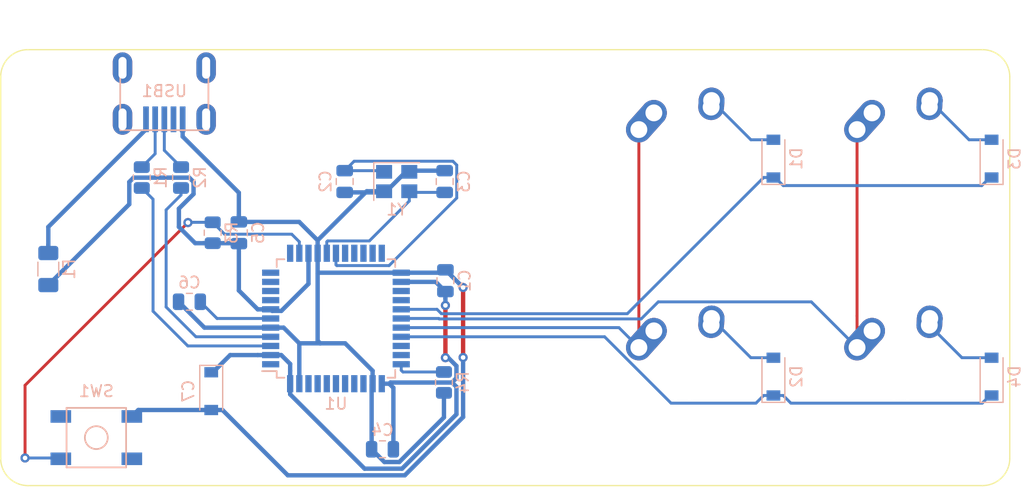
<source format=kicad_pcb>
(kicad_pcb (version 20171130) (host pcbnew "(5.1.4-0)")

  (general
    (thickness 1.6)
    (drawings 8)
    (tracks 196)
    (zones 0)
    (modules 24)
    (nets 45)
  )

  (page A4)
  (layers
    (0 F.Cu signal)
    (31 B.Cu signal)
    (32 B.Adhes user)
    (33 F.Adhes user)
    (34 B.Paste user)
    (35 F.Paste user)
    (36 B.SilkS user)
    (37 F.SilkS user)
    (38 B.Mask user)
    (39 F.Mask user)
    (40 Dwgs.User user)
    (41 Cmts.User user)
    (42 Eco1.User user)
    (43 Eco2.User user)
    (44 Edge.Cuts user)
    (45 Margin user)
    (46 B.CrtYd user)
    (47 F.CrtYd user)
    (48 B.Fab user)
    (49 F.Fab user)
  )

  (setup
    (last_trace_width 0.254)
    (trace_clearance 0.2)
    (zone_clearance 0.508)
    (zone_45_only no)
    (trace_min 0.2)
    (via_size 0.8)
    (via_drill 0.4)
    (via_min_size 0.4)
    (via_min_drill 0.3)
    (uvia_size 0.3)
    (uvia_drill 0.1)
    (uvias_allowed no)
    (uvia_min_size 0.2)
    (uvia_min_drill 0.1)
    (edge_width 0.05)
    (segment_width 0.2)
    (pcb_text_width 0.3)
    (pcb_text_size 1.5 1.5)
    (mod_edge_width 0.12)
    (mod_text_size 1 1)
    (mod_text_width 0.15)
    (pad_size 1.524 1.524)
    (pad_drill 0.762)
    (pad_to_mask_clearance 0.051)
    (solder_mask_min_width 0.25)
    (aux_axis_origin 0 0)
    (visible_elements FFFFFF7F)
    (pcbplotparams
      (layerselection 0x010fc_ffffffff)
      (usegerberextensions false)
      (usegerberattributes false)
      (usegerberadvancedattributes false)
      (creategerberjobfile false)
      (excludeedgelayer true)
      (linewidth 0.100000)
      (plotframeref false)
      (viasonmask false)
      (mode 1)
      (useauxorigin false)
      (hpglpennumber 1)
      (hpglpenspeed 20)
      (hpglpendiameter 15.000000)
      (psnegative false)
      (psa4output false)
      (plotreference true)
      (plotvalue true)
      (plotinvisibletext false)
      (padsonsilk false)
      (subtractmaskfromsilk false)
      (outputformat 1)
      (mirror false)
      (drillshape 1)
      (scaleselection 1)
      (outputdirectory ""))
  )

  (net 0 "")
  (net 1 GND)
  (net 2 +5V)
  (net 3 "Net-(C2-Pad1)")
  (net 4 "Net-(C3-Pad1)")
  (net 5 "Net-(C6-Pad1)")
  (net 6 "Net-(D1-Pad2)")
  (net 7 ROW0)
  (net 8 "Net-(D2-Pad2)")
  (net 9 ROW1)
  (net 10 "Net-(D3-Pad2)")
  (net 11 "Net-(D4-Pad2)")
  (net 12 VCC)
  (net 13 COL0)
  (net 14 COL1)
  (net 15 "Net-(R1-Pad1)")
  (net 16 D-)
  (net 17 D+)
  (net 18 "Net-(R2-Pad1)")
  (net 19 "Net-(R3-Pad2)")
  (net 20 "Net-(R4-Pad2)")
  (net 21 "Net-(U1-Pad1)")
  (net 22 "Net-(U1-Pad8)")
  (net 23 "Net-(U1-Pad9)")
  (net 24 "Net-(U1-Pad10)")
  (net 25 "Net-(U1-Pad11)")
  (net 26 "Net-(U1-Pad12)")
  (net 27 "Net-(U1-Pad18)")
  (net 28 "Net-(U1-Pad19)")
  (net 29 "Net-(U1-Pad20)")
  (net 30 "Net-(U1-Pad21)")
  (net 31 "Net-(U1-Pad22)")
  (net 32 "Net-(U1-Pad25)")
  (net 33 "Net-(U1-Pad26)")
  (net 34 "Net-(U1-Pad31)")
  (net 35 "Net-(U1-Pad32)")
  (net 36 "Net-(U1-Pad36)")
  (net 37 "Net-(U1-Pad37)")
  (net 38 "Net-(U1-Pad38)")
  (net 39 "Net-(U1-Pad39)")
  (net 40 "Net-(U1-Pad40)")
  (net 41 "Net-(U1-Pad41)")
  (net 42 "Net-(U1-Pad42)")
  (net 43 "Net-(USB1-Pad2)")
  (net 44 "Net-(USB1-Pad6)")

  (net_class Default "This is the default net class."
    (clearance 0.2)
    (trace_width 0.254)
    (via_dia 0.8)
    (via_drill 0.4)
    (uvia_dia 0.3)
    (uvia_drill 0.1)
    (add_net COL0)
    (add_net COL1)
    (add_net D+)
    (add_net D-)
    (add_net "Net-(C2-Pad1)")
    (add_net "Net-(C3-Pad1)")
    (add_net "Net-(C6-Pad1)")
    (add_net "Net-(D1-Pad2)")
    (add_net "Net-(D2-Pad2)")
    (add_net "Net-(D3-Pad2)")
    (add_net "Net-(D4-Pad2)")
    (add_net "Net-(R1-Pad1)")
    (add_net "Net-(R2-Pad1)")
    (add_net "Net-(R3-Pad2)")
    (add_net "Net-(R4-Pad2)")
    (add_net "Net-(U1-Pad1)")
    (add_net "Net-(U1-Pad10)")
    (add_net "Net-(U1-Pad11)")
    (add_net "Net-(U1-Pad12)")
    (add_net "Net-(U1-Pad18)")
    (add_net "Net-(U1-Pad19)")
    (add_net "Net-(U1-Pad20)")
    (add_net "Net-(U1-Pad21)")
    (add_net "Net-(U1-Pad22)")
    (add_net "Net-(U1-Pad25)")
    (add_net "Net-(U1-Pad26)")
    (add_net "Net-(U1-Pad31)")
    (add_net "Net-(U1-Pad32)")
    (add_net "Net-(U1-Pad36)")
    (add_net "Net-(U1-Pad37)")
    (add_net "Net-(U1-Pad38)")
    (add_net "Net-(U1-Pad39)")
    (add_net "Net-(U1-Pad40)")
    (add_net "Net-(U1-Pad41)")
    (add_net "Net-(U1-Pad42)")
    (add_net "Net-(U1-Pad8)")
    (add_net "Net-(U1-Pad9)")
    (add_net "Net-(USB1-Pad2)")
    (add_net "Net-(USB1-Pad6)")
    (add_net ROW0)
    (add_net ROW1)
  )

  (net_class Power ""
    (clearance 0.2)
    (trace_width 0.381)
    (via_dia 0.8)
    (via_drill 0.4)
    (uvia_dia 0.3)
    (uvia_drill 0.1)
    (add_net +5V)
    (add_net GND)
    (add_net VCC)
  )

  (module random-keyboard-parts:Molex-0548190589 (layer B.Cu) (tedit 5C494815) (tstamp 60DE97B4)
    (at 342.10625 207.9625 270)
    (path /60E02D3A)
    (attr smd)
    (fp_text reference USB1 (at 2.032 0 180) (layer B.SilkS)
      (effects (font (size 1 1) (thickness 0.15)) (justify mirror))
    )
    (fp_text value Molex-0548190589 (at -5.08 0 180) (layer Dwgs.User)
      (effects (font (size 1 1) (thickness 0.15)))
    )
    (fp_line (start -3.75 3.85) (end -3.75 -3.85) (layer Dwgs.User) (width 0.15))
    (fp_line (start -1.75 4.572) (end -1.75 -4.572) (layer Dwgs.User) (width 0.15))
    (fp_line (start -3.75 -3.85) (end 0 -3.85) (layer Dwgs.User) (width 0.15))
    (fp_line (start -3.75 3.85) (end 0 3.85) (layer Dwgs.User) (width 0.15))
    (fp_line (start 5.45 3.85) (end 5.45 -3.85) (layer B.SilkS) (width 0.15))
    (fp_line (start 0 -3.85) (end 5.45 -3.85) (layer B.SilkS) (width 0.15))
    (fp_line (start 0 3.85) (end 5.45 3.85) (layer B.SilkS) (width 0.15))
    (fp_line (start -3.75 3.75) (end 5.5 3.75) (layer B.CrtYd) (width 0.15))
    (fp_line (start 5.5 3.75) (end 5.5 -3.75) (layer B.CrtYd) (width 0.15))
    (fp_line (start 5.5 -3.75) (end -3.75 -3.75) (layer B.CrtYd) (width 0.15))
    (fp_line (start -3.75 -3.75) (end -3.75 3.75) (layer B.CrtYd) (width 0.15))
    (fp_line (start 5.5 2) (end 3.25 2) (layer B.CrtYd) (width 0.15))
    (fp_line (start 3.25 2) (end 3.25 -2) (layer B.CrtYd) (width 0.15))
    (fp_line (start 3.25 -2) (end 5.5 -2) (layer B.CrtYd) (width 0.15))
    (fp_line (start 5.5 -1.25) (end 3.25 -1.25) (layer B.CrtYd) (width 0.15))
    (fp_line (start 3.25 -0.5) (end 5.5 -0.5) (layer B.CrtYd) (width 0.15))
    (fp_line (start 5.5 0.5) (end 3.25 0.5) (layer B.CrtYd) (width 0.15))
    (fp_line (start 3.25 1.25) (end 5.5 1.25) (layer B.CrtYd) (width 0.15))
    (fp_text user %R (at 2 0 180) (layer B.CrtYd)
      (effects (font (size 1 1) (thickness 0.15)) (justify mirror))
    )
    (pad 1 smd rect (at 4.5 -1.6 270) (size 2.25 0.5) (layers B.Cu B.Paste B.Mask)
      (net 1 GND))
    (pad 2 smd rect (at 4.5 -0.8 270) (size 2.25 0.5) (layers B.Cu B.Paste B.Mask)
      (net 43 "Net-(USB1-Pad2)"))
    (pad 3 smd rect (at 4.5 0 270) (size 2.25 0.5) (layers B.Cu B.Paste B.Mask)
      (net 17 D+))
    (pad 4 smd rect (at 4.5 0.8 270) (size 2.25 0.5) (layers B.Cu B.Paste B.Mask)
      (net 16 D-))
    (pad 5 smd rect (at 4.5 1.6 270) (size 2.25 0.5) (layers B.Cu B.Paste B.Mask)
      (net 12 VCC))
    (pad 6 thru_hole oval (at 4.5 3.65 270) (size 2.7 1.7) (drill oval 1.9 0.7) (layers *.Cu *.Mask)
      (net 44 "Net-(USB1-Pad6)"))
    (pad 6 thru_hole oval (at 4.5 -3.65 270) (size 2.7 1.7) (drill oval 1.9 0.7) (layers *.Cu *.Mask)
      (net 44 "Net-(USB1-Pad6)"))
    (pad 6 thru_hole oval (at 0 -3.65 270) (size 2.7 1.7) (drill oval 1.9 0.7) (layers *.Cu *.Mask)
      (net 44 "Net-(USB1-Pad6)"))
    (pad 6 thru_hole oval (at 0 3.65 270) (size 2.7 1.7) (drill oval 1.9 0.7) (layers *.Cu *.Mask)
      (net 44 "Net-(USB1-Pad6)"))
  )

  (module Capacitor_SMD:C_0805_2012Metric (layer B.Cu) (tedit 5F68FEEE) (tstamp 60DE924A)
    (at 366.649 226.568 90)
    (descr "Capacitor SMD 0805 (2012 Metric), square (rectangular) end terminal, IPC_7351 nominal, (Body size source: IPC-SM-782 page 76, https://www.pcb-3d.com/wordpress/wp-content/uploads/ipc-sm-782a_amendment_1_and_2.pdf, https://docs.google.com/spreadsheets/d/1BsfQQcO9C6DZCsRaXUlFlo91Tg2WpOkGARC1WS5S8t0/edit?usp=sharing), generated with kicad-footprint-generator")
    (tags capacitor)
    (path /60DEA65C)
    (attr smd)
    (fp_text reference C1 (at 0 1.68 270) (layer B.SilkS)
      (effects (font (size 1 1) (thickness 0.15)) (justify mirror))
    )
    (fp_text value 0.1uF (at 0 -1.68 270) (layer B.Fab)
      (effects (font (size 1 1) (thickness 0.15)) (justify mirror))
    )
    (fp_text user %R (at 0 0 270) (layer B.Fab)
      (effects (font (size 0.5 0.5) (thickness 0.08)) (justify mirror))
    )
    (fp_line (start 1.7 -0.98) (end -1.7 -0.98) (layer B.CrtYd) (width 0.05))
    (fp_line (start 1.7 0.98) (end 1.7 -0.98) (layer B.CrtYd) (width 0.05))
    (fp_line (start -1.7 0.98) (end 1.7 0.98) (layer B.CrtYd) (width 0.05))
    (fp_line (start -1.7 -0.98) (end -1.7 0.98) (layer B.CrtYd) (width 0.05))
    (fp_line (start -0.261252 -0.735) (end 0.261252 -0.735) (layer B.SilkS) (width 0.12))
    (fp_line (start -0.261252 0.735) (end 0.261252 0.735) (layer B.SilkS) (width 0.12))
    (fp_line (start 1 -0.625) (end -1 -0.625) (layer B.Fab) (width 0.1))
    (fp_line (start 1 0.625) (end 1 -0.625) (layer B.Fab) (width 0.1))
    (fp_line (start -1 0.625) (end 1 0.625) (layer B.Fab) (width 0.1))
    (fp_line (start -1 -0.625) (end -1 0.625) (layer B.Fab) (width 0.1))
    (pad 2 smd roundrect (at 0.95 0 90) (size 1 1.45) (layers B.Cu B.Paste B.Mask) (roundrect_rratio 0.25)
      (net 1 GND))
    (pad 1 smd roundrect (at -0.95 0 90) (size 1 1.45) (layers B.Cu B.Paste B.Mask) (roundrect_rratio 0.25)
      (net 2 +5V))
    (model ${KICAD6_3DMODEL_DIR}/Capacitor_SMD.3dshapes/C_0805_2012Metric.wrl
      (at (xyz 0 0 0))
      (scale (xyz 1 1 1))
      (rotate (xyz 0 0 0))
    )
  )

  (module Capacitor_SMD:C_0805_2012Metric (layer B.Cu) (tedit 5F68FEEE) (tstamp 60DE9304)
    (at 357.85425 217.90025 270)
    (descr "Capacitor SMD 0805 (2012 Metric), square (rectangular) end terminal, IPC_7351 nominal, (Body size source: IPC-SM-782 page 76, https://www.pcb-3d.com/wordpress/wp-content/uploads/ipc-sm-782a_amendment_1_and_2.pdf, https://docs.google.com/spreadsheets/d/1BsfQQcO9C6DZCsRaXUlFlo91Tg2WpOkGARC1WS5S8t0/edit?usp=sharing), generated with kicad-footprint-generator")
    (tags capacitor)
    (path /60DF1305)
    (attr smd)
    (fp_text reference C2 (at 0 1.68 90) (layer B.SilkS)
      (effects (font (size 1 1) (thickness 0.15)) (justify mirror))
    )
    (fp_text value 22pF (at 0 -1.68 90) (layer B.Fab)
      (effects (font (size 1 1) (thickness 0.15)) (justify mirror))
    )
    (fp_line (start -1 -0.625) (end -1 0.625) (layer B.Fab) (width 0.1))
    (fp_line (start -1 0.625) (end 1 0.625) (layer B.Fab) (width 0.1))
    (fp_line (start 1 0.625) (end 1 -0.625) (layer B.Fab) (width 0.1))
    (fp_line (start 1 -0.625) (end -1 -0.625) (layer B.Fab) (width 0.1))
    (fp_line (start -0.261252 0.735) (end 0.261252 0.735) (layer B.SilkS) (width 0.12))
    (fp_line (start -0.261252 -0.735) (end 0.261252 -0.735) (layer B.SilkS) (width 0.12))
    (fp_line (start -1.7 -0.98) (end -1.7 0.98) (layer B.CrtYd) (width 0.05))
    (fp_line (start -1.7 0.98) (end 1.7 0.98) (layer B.CrtYd) (width 0.05))
    (fp_line (start 1.7 0.98) (end 1.7 -0.98) (layer B.CrtYd) (width 0.05))
    (fp_line (start 1.7 -0.98) (end -1.7 -0.98) (layer B.CrtYd) (width 0.05))
    (fp_text user %R (at 0 0 90) (layer B.Fab)
      (effects (font (size 0.5 0.5) (thickness 0.08)) (justify mirror))
    )
    (pad 1 smd roundrect (at -0.95 0 270) (size 1 1.45) (layers B.Cu B.Paste B.Mask) (roundrect_rratio 0.25)
      (net 3 "Net-(C2-Pad1)"))
    (pad 2 smd roundrect (at 0.95 0 270) (size 1 1.45) (layers B.Cu B.Paste B.Mask) (roundrect_rratio 0.25)
      (net 1 GND))
    (model ${KICAD6_3DMODEL_DIR}/Capacitor_SMD.3dshapes/C_0805_2012Metric.wrl
      (at (xyz 0 0 0))
      (scale (xyz 1 1 1))
      (rotate (xyz 0 0 0))
    )
  )

  (module Capacitor_SMD:C_0805_2012Metric (layer B.Cu) (tedit 5F68FEEE) (tstamp 60DE94F6)
    (at 366.5855 217.90025 90)
    (descr "Capacitor SMD 0805 (2012 Metric), square (rectangular) end terminal, IPC_7351 nominal, (Body size source: IPC-SM-782 page 76, https://www.pcb-3d.com/wordpress/wp-content/uploads/ipc-sm-782a_amendment_1_and_2.pdf, https://docs.google.com/spreadsheets/d/1BsfQQcO9C6DZCsRaXUlFlo91Tg2WpOkGARC1WS5S8t0/edit?usp=sharing), generated with kicad-footprint-generator")
    (tags capacitor)
    (path /60DF1B6E)
    (attr smd)
    (fp_text reference C3 (at 0 1.68 90) (layer B.SilkS)
      (effects (font (size 1 1) (thickness 0.15)) (justify mirror))
    )
    (fp_text value 22pF (at 0 -1.68 90) (layer B.Fab)
      (effects (font (size 1 1) (thickness 0.15)) (justify mirror))
    )
    (fp_text user %R (at 0 0 90) (layer B.Fab)
      (effects (font (size 0.5 0.5) (thickness 0.08)) (justify mirror))
    )
    (fp_line (start 1.7 -0.98) (end -1.7 -0.98) (layer B.CrtYd) (width 0.05))
    (fp_line (start 1.7 0.98) (end 1.7 -0.98) (layer B.CrtYd) (width 0.05))
    (fp_line (start -1.7 0.98) (end 1.7 0.98) (layer B.CrtYd) (width 0.05))
    (fp_line (start -1.7 -0.98) (end -1.7 0.98) (layer B.CrtYd) (width 0.05))
    (fp_line (start -0.261252 -0.735) (end 0.261252 -0.735) (layer B.SilkS) (width 0.12))
    (fp_line (start -0.261252 0.735) (end 0.261252 0.735) (layer B.SilkS) (width 0.12))
    (fp_line (start 1 -0.625) (end -1 -0.625) (layer B.Fab) (width 0.1))
    (fp_line (start 1 0.625) (end 1 -0.625) (layer B.Fab) (width 0.1))
    (fp_line (start -1 0.625) (end 1 0.625) (layer B.Fab) (width 0.1))
    (fp_line (start -1 -0.625) (end -1 0.625) (layer B.Fab) (width 0.1))
    (pad 2 smd roundrect (at 0.95 0 90) (size 1 1.45) (layers B.Cu B.Paste B.Mask) (roundrect_rratio 0.25)
      (net 1 GND))
    (pad 1 smd roundrect (at -0.95 0 90) (size 1 1.45) (layers B.Cu B.Paste B.Mask) (roundrect_rratio 0.25)
      (net 4 "Net-(C3-Pad1)"))
    (model ${KICAD6_3DMODEL_DIR}/Capacitor_SMD.3dshapes/C_0805_2012Metric.wrl
      (at (xyz 0 0 0))
      (scale (xyz 1 1 1))
      (rotate (xyz 0 0 0))
    )
  )

  (module Capacitor_SMD:C_0805_2012Metric (layer B.Cu) (tedit 5F68FEEE) (tstamp 60DE9556)
    (at 361.15625 241.3 180)
    (descr "Capacitor SMD 0805 (2012 Metric), square (rectangular) end terminal, IPC_7351 nominal, (Body size source: IPC-SM-782 page 76, https://www.pcb-3d.com/wordpress/wp-content/uploads/ipc-sm-782a_amendment_1_and_2.pdf, https://docs.google.com/spreadsheets/d/1BsfQQcO9C6DZCsRaXUlFlo91Tg2WpOkGARC1WS5S8t0/edit?usp=sharing), generated with kicad-footprint-generator")
    (tags capacitor)
    (path /60DEB1C0)
    (attr smd)
    (fp_text reference C4 (at 0 1.68) (layer B.SilkS)
      (effects (font (size 1 1) (thickness 0.15)) (justify mirror))
    )
    (fp_text value 0.1uF (at 0 -1.68) (layer B.Fab)
      (effects (font (size 1 1) (thickness 0.15)) (justify mirror))
    )
    (fp_line (start -1 -0.625) (end -1 0.625) (layer B.Fab) (width 0.1))
    (fp_line (start -1 0.625) (end 1 0.625) (layer B.Fab) (width 0.1))
    (fp_line (start 1 0.625) (end 1 -0.625) (layer B.Fab) (width 0.1))
    (fp_line (start 1 -0.625) (end -1 -0.625) (layer B.Fab) (width 0.1))
    (fp_line (start -0.261252 0.735) (end 0.261252 0.735) (layer B.SilkS) (width 0.12))
    (fp_line (start -0.261252 -0.735) (end 0.261252 -0.735) (layer B.SilkS) (width 0.12))
    (fp_line (start -1.7 -0.98) (end -1.7 0.98) (layer B.CrtYd) (width 0.05))
    (fp_line (start -1.7 0.98) (end 1.7 0.98) (layer B.CrtYd) (width 0.05))
    (fp_line (start 1.7 0.98) (end 1.7 -0.98) (layer B.CrtYd) (width 0.05))
    (fp_line (start 1.7 -0.98) (end -1.7 -0.98) (layer B.CrtYd) (width 0.05))
    (fp_text user %R (at 0 0) (layer B.Fab)
      (effects (font (size 0.5 0.5) (thickness 0.08)) (justify mirror))
    )
    (pad 1 smd roundrect (at -0.95 0 180) (size 1 1.45) (layers B.Cu B.Paste B.Mask) (roundrect_rratio 0.25)
      (net 2 +5V))
    (pad 2 smd roundrect (at 0.95 0 180) (size 1 1.45) (layers B.Cu B.Paste B.Mask) (roundrect_rratio 0.25)
      (net 1 GND))
    (model ${KICAD6_3DMODEL_DIR}/Capacitor_SMD.3dshapes/C_0805_2012Metric.wrl
      (at (xyz 0 0 0))
      (scale (xyz 1 1 1))
      (rotate (xyz 0 0 0))
    )
  )

  (module Capacitor_SMD:C_0805_2012Metric (layer B.Cu) (tedit 5F68FEEE) (tstamp 60DE9526)
    (at 348.615 222.377 90)
    (descr "Capacitor SMD 0805 (2012 Metric), square (rectangular) end terminal, IPC_7351 nominal, (Body size source: IPC-SM-782 page 76, https://www.pcb-3d.com/wordpress/wp-content/uploads/ipc-sm-782a_amendment_1_and_2.pdf, https://docs.google.com/spreadsheets/d/1BsfQQcO9C6DZCsRaXUlFlo91Tg2WpOkGARC1WS5S8t0/edit?usp=sharing), generated with kicad-footprint-generator")
    (tags capacitor)
    (path /60DEB7B4)
    (attr smd)
    (fp_text reference C5 (at 0 1.68 90) (layer B.SilkS)
      (effects (font (size 1 1) (thickness 0.15)) (justify mirror))
    )
    (fp_text value 0.1uF (at 0 -1.68 90) (layer B.Fab)
      (effects (font (size 1 1) (thickness 0.15)) (justify mirror))
    )
    (fp_text user %R (at 0 0 90) (layer B.Fab)
      (effects (font (size 0.5 0.5) (thickness 0.08)) (justify mirror))
    )
    (fp_line (start 1.7 -0.98) (end -1.7 -0.98) (layer B.CrtYd) (width 0.05))
    (fp_line (start 1.7 0.98) (end 1.7 -0.98) (layer B.CrtYd) (width 0.05))
    (fp_line (start -1.7 0.98) (end 1.7 0.98) (layer B.CrtYd) (width 0.05))
    (fp_line (start -1.7 -0.98) (end -1.7 0.98) (layer B.CrtYd) (width 0.05))
    (fp_line (start -0.261252 -0.735) (end 0.261252 -0.735) (layer B.SilkS) (width 0.12))
    (fp_line (start -0.261252 0.735) (end 0.261252 0.735) (layer B.SilkS) (width 0.12))
    (fp_line (start 1 -0.625) (end -1 -0.625) (layer B.Fab) (width 0.1))
    (fp_line (start 1 0.625) (end 1 -0.625) (layer B.Fab) (width 0.1))
    (fp_line (start -1 0.625) (end 1 0.625) (layer B.Fab) (width 0.1))
    (fp_line (start -1 -0.625) (end -1 0.625) (layer B.Fab) (width 0.1))
    (pad 2 smd roundrect (at 0.95 0 90) (size 1 1.45) (layers B.Cu B.Paste B.Mask) (roundrect_rratio 0.25)
      (net 1 GND))
    (pad 1 smd roundrect (at -0.95 0 90) (size 1 1.45) (layers B.Cu B.Paste B.Mask) (roundrect_rratio 0.25)
      (net 2 +5V))
    (model ${KICAD6_3DMODEL_DIR}/Capacitor_SMD.3dshapes/C_0805_2012Metric.wrl
      (at (xyz 0 0 0))
      (scale (xyz 1 1 1))
      (rotate (xyz 0 0 0))
    )
  )

  (module Capacitor_SMD:C_0805_2012Metric (layer B.Cu) (tedit 5F68FEEE) (tstamp 60DE9484)
    (at 344.297 228.4095 180)
    (descr "Capacitor SMD 0805 (2012 Metric), square (rectangular) end terminal, IPC_7351 nominal, (Body size source: IPC-SM-782 page 76, https://www.pcb-3d.com/wordpress/wp-content/uploads/ipc-sm-782a_amendment_1_and_2.pdf, https://docs.google.com/spreadsheets/d/1BsfQQcO9C6DZCsRaXUlFlo91Tg2WpOkGARC1WS5S8t0/edit?usp=sharing), generated with kicad-footprint-generator")
    (tags capacitor)
    (path /60DE80F9)
    (attr smd)
    (fp_text reference C6 (at 0 1.68) (layer B.SilkS)
      (effects (font (size 1 1) (thickness 0.15)) (justify mirror))
    )
    (fp_text value 1uF (at 0 -1.68) (layer B.Fab)
      (effects (font (size 1 1) (thickness 0.15)) (justify mirror))
    )
    (fp_line (start -1 -0.625) (end -1 0.625) (layer B.Fab) (width 0.1))
    (fp_line (start -1 0.625) (end 1 0.625) (layer B.Fab) (width 0.1))
    (fp_line (start 1 0.625) (end 1 -0.625) (layer B.Fab) (width 0.1))
    (fp_line (start 1 -0.625) (end -1 -0.625) (layer B.Fab) (width 0.1))
    (fp_line (start -0.261252 0.735) (end 0.261252 0.735) (layer B.SilkS) (width 0.12))
    (fp_line (start -0.261252 -0.735) (end 0.261252 -0.735) (layer B.SilkS) (width 0.12))
    (fp_line (start -1.7 -0.98) (end -1.7 0.98) (layer B.CrtYd) (width 0.05))
    (fp_line (start -1.7 0.98) (end 1.7 0.98) (layer B.CrtYd) (width 0.05))
    (fp_line (start 1.7 0.98) (end 1.7 -0.98) (layer B.CrtYd) (width 0.05))
    (fp_line (start 1.7 -0.98) (end -1.7 -0.98) (layer B.CrtYd) (width 0.05))
    (fp_text user %R (at 0 0) (layer B.Fab)
      (effects (font (size 0.5 0.5) (thickness 0.08)) (justify mirror))
    )
    (pad 1 smd roundrect (at -0.95 0 180) (size 1 1.45) (layers B.Cu B.Paste B.Mask) (roundrect_rratio 0.25)
      (net 5 "Net-(C6-Pad1)"))
    (pad 2 smd roundrect (at 0.95 0 180) (size 1 1.45) (layers B.Cu B.Paste B.Mask) (roundrect_rratio 0.25)
      (net 1 GND))
    (model ${KICAD6_3DMODEL_DIR}/Capacitor_SMD.3dshapes/C_0805_2012Metric.wrl
      (at (xyz 0 0 0))
      (scale (xyz 1 1 1))
      (rotate (xyz 0 0 0))
    )
  )

  (module Diode_SMD:D_SOD-123 (layer B.Cu) (tedit 58645DC7) (tstamp 60DE93FC)
    (at 346.202 236.22 270)
    (descr SOD-123)
    (tags SOD-123)
    (path /60DEB9F9)
    (attr smd)
    (fp_text reference C7 (at 0 2 90) (layer B.SilkS)
      (effects (font (size 1 1) (thickness 0.15)) (justify mirror))
    )
    (fp_text value 10uF (at 0 -2.1 90) (layer B.Fab)
      (effects (font (size 1 1) (thickness 0.15)) (justify mirror))
    )
    (fp_text user %R (at 0 2 90) (layer B.Fab)
      (effects (font (size 1 1) (thickness 0.15)) (justify mirror))
    )
    (fp_line (start -2.25 1) (end -2.25 -1) (layer B.SilkS) (width 0.12))
    (fp_line (start 0.25 0) (end 0.75 0) (layer B.Fab) (width 0.1))
    (fp_line (start 0.25 -0.4) (end -0.35 0) (layer B.Fab) (width 0.1))
    (fp_line (start 0.25 0.4) (end 0.25 -0.4) (layer B.Fab) (width 0.1))
    (fp_line (start -0.35 0) (end 0.25 0.4) (layer B.Fab) (width 0.1))
    (fp_line (start -0.35 0) (end -0.35 -0.55) (layer B.Fab) (width 0.1))
    (fp_line (start -0.35 0) (end -0.35 0.55) (layer B.Fab) (width 0.1))
    (fp_line (start -0.75 0) (end -0.35 0) (layer B.Fab) (width 0.1))
    (fp_line (start -1.4 -0.9) (end -1.4 0.9) (layer B.Fab) (width 0.1))
    (fp_line (start 1.4 -0.9) (end -1.4 -0.9) (layer B.Fab) (width 0.1))
    (fp_line (start 1.4 0.9) (end 1.4 -0.9) (layer B.Fab) (width 0.1))
    (fp_line (start -1.4 0.9) (end 1.4 0.9) (layer B.Fab) (width 0.1))
    (fp_line (start -2.35 1.15) (end 2.35 1.15) (layer B.CrtYd) (width 0.05))
    (fp_line (start 2.35 1.15) (end 2.35 -1.15) (layer B.CrtYd) (width 0.05))
    (fp_line (start 2.35 -1.15) (end -2.35 -1.15) (layer B.CrtYd) (width 0.05))
    (fp_line (start -2.35 1.15) (end -2.35 -1.15) (layer B.CrtYd) (width 0.05))
    (fp_line (start -2.25 -1) (end 1.65 -1) (layer B.SilkS) (width 0.12))
    (fp_line (start -2.25 1) (end 1.65 1) (layer B.SilkS) (width 0.12))
    (pad 1 smd rect (at -1.65 0 270) (size 0.9 1.2) (layers B.Cu B.Paste B.Mask)
      (net 2 +5V))
    (pad 2 smd rect (at 1.65 0 270) (size 0.9 1.2) (layers B.Cu B.Paste B.Mask)
      (net 1 GND))
    (model ${KICAD6_3DMODEL_DIR}/Diode_SMD.3dshapes/D_SOD-123.wrl
      (at (xyz 0 0 0))
      (scale (xyz 1 1 1))
      (rotate (xyz 0 0 0))
    )
  )

  (module Diode_SMD:D_SOD-123 (layer B.Cu) (tedit 58645DC7) (tstamp 60DE9444)
    (at 395.2875 215.9 90)
    (descr SOD-123)
    (tags SOD-123)
    (path /60E158C2)
    (attr smd)
    (fp_text reference D1 (at 0 2 -90) (layer B.SilkS)
      (effects (font (size 1 1) (thickness 0.15)) (justify mirror))
    )
    (fp_text value SOD-123 (at 0 -2.1 -90) (layer B.Fab)
      (effects (font (size 1 1) (thickness 0.15)) (justify mirror))
    )
    (fp_line (start -2.25 1) (end 1.65 1) (layer B.SilkS) (width 0.12))
    (fp_line (start -2.25 -1) (end 1.65 -1) (layer B.SilkS) (width 0.12))
    (fp_line (start -2.35 1.15) (end -2.35 -1.15) (layer B.CrtYd) (width 0.05))
    (fp_line (start 2.35 -1.15) (end -2.35 -1.15) (layer B.CrtYd) (width 0.05))
    (fp_line (start 2.35 1.15) (end 2.35 -1.15) (layer B.CrtYd) (width 0.05))
    (fp_line (start -2.35 1.15) (end 2.35 1.15) (layer B.CrtYd) (width 0.05))
    (fp_line (start -1.4 0.9) (end 1.4 0.9) (layer B.Fab) (width 0.1))
    (fp_line (start 1.4 0.9) (end 1.4 -0.9) (layer B.Fab) (width 0.1))
    (fp_line (start 1.4 -0.9) (end -1.4 -0.9) (layer B.Fab) (width 0.1))
    (fp_line (start -1.4 -0.9) (end -1.4 0.9) (layer B.Fab) (width 0.1))
    (fp_line (start -0.75 0) (end -0.35 0) (layer B.Fab) (width 0.1))
    (fp_line (start -0.35 0) (end -0.35 0.55) (layer B.Fab) (width 0.1))
    (fp_line (start -0.35 0) (end -0.35 -0.55) (layer B.Fab) (width 0.1))
    (fp_line (start -0.35 0) (end 0.25 0.4) (layer B.Fab) (width 0.1))
    (fp_line (start 0.25 0.4) (end 0.25 -0.4) (layer B.Fab) (width 0.1))
    (fp_line (start 0.25 -0.4) (end -0.35 0) (layer B.Fab) (width 0.1))
    (fp_line (start 0.25 0) (end 0.75 0) (layer B.Fab) (width 0.1))
    (fp_line (start -2.25 1) (end -2.25 -1) (layer B.SilkS) (width 0.12))
    (fp_text user %R (at 0 2 -90) (layer B.Fab)
      (effects (font (size 1 1) (thickness 0.15)) (justify mirror))
    )
    (pad 2 smd rect (at 1.65 0 90) (size 0.9 1.2) (layers B.Cu B.Paste B.Mask)
      (net 6 "Net-(D1-Pad2)"))
    (pad 1 smd rect (at -1.65 0 90) (size 0.9 1.2) (layers B.Cu B.Paste B.Mask)
      (net 7 ROW0))
    (model ${KICAD6_3DMODEL_DIR}/Diode_SMD.3dshapes/D_SOD-123.wrl
      (at (xyz 0 0 0))
      (scale (xyz 1 1 1))
      (rotate (xyz 0 0 0))
    )
  )

  (module Diode_SMD:D_SOD-123 (layer B.Cu) (tedit 58645DC7) (tstamp 60DE9282)
    (at 395.2875 234.95 90)
    (descr SOD-123)
    (tags SOD-123)
    (path /60E1ECED)
    (attr smd)
    (fp_text reference D2 (at 0 2 -90) (layer B.SilkS)
      (effects (font (size 1 1) (thickness 0.15)) (justify mirror))
    )
    (fp_text value SOD-123 (at 0 -2.1 -90) (layer B.Fab)
      (effects (font (size 1 1) (thickness 0.15)) (justify mirror))
    )
    (fp_line (start -2.25 1) (end 1.65 1) (layer B.SilkS) (width 0.12))
    (fp_line (start -2.25 -1) (end 1.65 -1) (layer B.SilkS) (width 0.12))
    (fp_line (start -2.35 1.15) (end -2.35 -1.15) (layer B.CrtYd) (width 0.05))
    (fp_line (start 2.35 -1.15) (end -2.35 -1.15) (layer B.CrtYd) (width 0.05))
    (fp_line (start 2.35 1.15) (end 2.35 -1.15) (layer B.CrtYd) (width 0.05))
    (fp_line (start -2.35 1.15) (end 2.35 1.15) (layer B.CrtYd) (width 0.05))
    (fp_line (start -1.4 0.9) (end 1.4 0.9) (layer B.Fab) (width 0.1))
    (fp_line (start 1.4 0.9) (end 1.4 -0.9) (layer B.Fab) (width 0.1))
    (fp_line (start 1.4 -0.9) (end -1.4 -0.9) (layer B.Fab) (width 0.1))
    (fp_line (start -1.4 -0.9) (end -1.4 0.9) (layer B.Fab) (width 0.1))
    (fp_line (start -0.75 0) (end -0.35 0) (layer B.Fab) (width 0.1))
    (fp_line (start -0.35 0) (end -0.35 0.55) (layer B.Fab) (width 0.1))
    (fp_line (start -0.35 0) (end -0.35 -0.55) (layer B.Fab) (width 0.1))
    (fp_line (start -0.35 0) (end 0.25 0.4) (layer B.Fab) (width 0.1))
    (fp_line (start 0.25 0.4) (end 0.25 -0.4) (layer B.Fab) (width 0.1))
    (fp_line (start 0.25 -0.4) (end -0.35 0) (layer B.Fab) (width 0.1))
    (fp_line (start 0.25 0) (end 0.75 0) (layer B.Fab) (width 0.1))
    (fp_line (start -2.25 1) (end -2.25 -1) (layer B.SilkS) (width 0.12))
    (fp_text user %R (at 0 2 -90) (layer B.Fab)
      (effects (font (size 1 1) (thickness 0.15)) (justify mirror))
    )
    (pad 2 smd rect (at 1.65 0 90) (size 0.9 1.2) (layers B.Cu B.Paste B.Mask)
      (net 8 "Net-(D2-Pad2)"))
    (pad 1 smd rect (at -1.65 0 90) (size 0.9 1.2) (layers B.Cu B.Paste B.Mask)
      (net 9 ROW1))
    (model ${KICAD6_3DMODEL_DIR}/Diode_SMD.3dshapes/D_SOD-123.wrl
      (at (xyz 0 0 0))
      (scale (xyz 1 1 1))
      (rotate (xyz 0 0 0))
    )
  )

  (module Diode_SMD:D_SOD-123 (layer B.Cu) (tedit 58645DC7) (tstamp 60DE93B4)
    (at 414.3375 215.9 90)
    (descr SOD-123)
    (tags SOD-123)
    (path /60E1D4EA)
    (attr smd)
    (fp_text reference D3 (at 0 2 -90) (layer B.SilkS)
      (effects (font (size 1 1) (thickness 0.15)) (justify mirror))
    )
    (fp_text value SOD-123 (at 0 -2.1 -90) (layer B.Fab)
      (effects (font (size 1 1) (thickness 0.15)) (justify mirror))
    )
    (fp_text user %R (at 0 2 -90) (layer B.Fab)
      (effects (font (size 1 1) (thickness 0.15)) (justify mirror))
    )
    (fp_line (start -2.25 1) (end -2.25 -1) (layer B.SilkS) (width 0.12))
    (fp_line (start 0.25 0) (end 0.75 0) (layer B.Fab) (width 0.1))
    (fp_line (start 0.25 -0.4) (end -0.35 0) (layer B.Fab) (width 0.1))
    (fp_line (start 0.25 0.4) (end 0.25 -0.4) (layer B.Fab) (width 0.1))
    (fp_line (start -0.35 0) (end 0.25 0.4) (layer B.Fab) (width 0.1))
    (fp_line (start -0.35 0) (end -0.35 -0.55) (layer B.Fab) (width 0.1))
    (fp_line (start -0.35 0) (end -0.35 0.55) (layer B.Fab) (width 0.1))
    (fp_line (start -0.75 0) (end -0.35 0) (layer B.Fab) (width 0.1))
    (fp_line (start -1.4 -0.9) (end -1.4 0.9) (layer B.Fab) (width 0.1))
    (fp_line (start 1.4 -0.9) (end -1.4 -0.9) (layer B.Fab) (width 0.1))
    (fp_line (start 1.4 0.9) (end 1.4 -0.9) (layer B.Fab) (width 0.1))
    (fp_line (start -1.4 0.9) (end 1.4 0.9) (layer B.Fab) (width 0.1))
    (fp_line (start -2.35 1.15) (end 2.35 1.15) (layer B.CrtYd) (width 0.05))
    (fp_line (start 2.35 1.15) (end 2.35 -1.15) (layer B.CrtYd) (width 0.05))
    (fp_line (start 2.35 -1.15) (end -2.35 -1.15) (layer B.CrtYd) (width 0.05))
    (fp_line (start -2.35 1.15) (end -2.35 -1.15) (layer B.CrtYd) (width 0.05))
    (fp_line (start -2.25 -1) (end 1.65 -1) (layer B.SilkS) (width 0.12))
    (fp_line (start -2.25 1) (end 1.65 1) (layer B.SilkS) (width 0.12))
    (pad 1 smd rect (at -1.65 0 90) (size 0.9 1.2) (layers B.Cu B.Paste B.Mask)
      (net 7 ROW0))
    (pad 2 smd rect (at 1.65 0 90) (size 0.9 1.2) (layers B.Cu B.Paste B.Mask)
      (net 10 "Net-(D3-Pad2)"))
    (model ${KICAD6_3DMODEL_DIR}/Diode_SMD.3dshapes/D_SOD-123.wrl
      (at (xyz 0 0 0))
      (scale (xyz 1 1 1))
      (rotate (xyz 0 0 0))
    )
  )

  (module Diode_SMD:D_SOD-123 (layer B.Cu) (tedit 58645DC7) (tstamp 60DE936C)
    (at 414.3375 234.95 90)
    (descr SOD-123)
    (tags SOD-123)
    (path /60E1FEB2)
    (attr smd)
    (fp_text reference D4 (at 0 2 -90) (layer B.SilkS)
      (effects (font (size 1 1) (thickness 0.15)) (justify mirror))
    )
    (fp_text value SOD-123 (at 0 -2.1 -90) (layer B.Fab)
      (effects (font (size 1 1) (thickness 0.15)) (justify mirror))
    )
    (fp_text user %R (at 0 2 -90) (layer B.Fab)
      (effects (font (size 1 1) (thickness 0.15)) (justify mirror))
    )
    (fp_line (start -2.25 1) (end -2.25 -1) (layer B.SilkS) (width 0.12))
    (fp_line (start 0.25 0) (end 0.75 0) (layer B.Fab) (width 0.1))
    (fp_line (start 0.25 -0.4) (end -0.35 0) (layer B.Fab) (width 0.1))
    (fp_line (start 0.25 0.4) (end 0.25 -0.4) (layer B.Fab) (width 0.1))
    (fp_line (start -0.35 0) (end 0.25 0.4) (layer B.Fab) (width 0.1))
    (fp_line (start -0.35 0) (end -0.35 -0.55) (layer B.Fab) (width 0.1))
    (fp_line (start -0.35 0) (end -0.35 0.55) (layer B.Fab) (width 0.1))
    (fp_line (start -0.75 0) (end -0.35 0) (layer B.Fab) (width 0.1))
    (fp_line (start -1.4 -0.9) (end -1.4 0.9) (layer B.Fab) (width 0.1))
    (fp_line (start 1.4 -0.9) (end -1.4 -0.9) (layer B.Fab) (width 0.1))
    (fp_line (start 1.4 0.9) (end 1.4 -0.9) (layer B.Fab) (width 0.1))
    (fp_line (start -1.4 0.9) (end 1.4 0.9) (layer B.Fab) (width 0.1))
    (fp_line (start -2.35 1.15) (end 2.35 1.15) (layer B.CrtYd) (width 0.05))
    (fp_line (start 2.35 1.15) (end 2.35 -1.15) (layer B.CrtYd) (width 0.05))
    (fp_line (start 2.35 -1.15) (end -2.35 -1.15) (layer B.CrtYd) (width 0.05))
    (fp_line (start -2.35 1.15) (end -2.35 -1.15) (layer B.CrtYd) (width 0.05))
    (fp_line (start -2.25 -1) (end 1.65 -1) (layer B.SilkS) (width 0.12))
    (fp_line (start -2.25 1) (end 1.65 1) (layer B.SilkS) (width 0.12))
    (pad 1 smd rect (at -1.65 0 90) (size 0.9 1.2) (layers B.Cu B.Paste B.Mask)
      (net 9 ROW1))
    (pad 2 smd rect (at 1.65 0 90) (size 0.9 1.2) (layers B.Cu B.Paste B.Mask)
      (net 11 "Net-(D4-Pad2)"))
    (model ${KICAD6_3DMODEL_DIR}/Diode_SMD.3dshapes/D_SOD-123.wrl
      (at (xyz 0 0 0))
      (scale (xyz 1 1 1))
      (rotate (xyz 0 0 0))
    )
  )

  (module Fuse:Fuse_1206_3216Metric (layer B.Cu) (tedit 5F68FEF1) (tstamp 60DE9334)
    (at 331.978 225.552 90)
    (descr "Fuse SMD 1206 (3216 Metric), square (rectangular) end terminal, IPC_7351 nominal, (Body size source: http://www.tortai-tech.com/upload/download/2011102023233369053.pdf), generated with kicad-footprint-generator")
    (tags fuse)
    (path /60E057CB)
    (attr smd)
    (fp_text reference F1 (at 0 1.82 90) (layer B.SilkS)
      (effects (font (size 1 1) (thickness 0.15)) (justify mirror))
    )
    (fp_text value 500mA (at 0 -1.82 90) (layer B.Fab)
      (effects (font (size 1 1) (thickness 0.15)) (justify mirror))
    )
    (fp_line (start -1.6 -0.8) (end -1.6 0.8) (layer B.Fab) (width 0.1))
    (fp_line (start -1.6 0.8) (end 1.6 0.8) (layer B.Fab) (width 0.1))
    (fp_line (start 1.6 0.8) (end 1.6 -0.8) (layer B.Fab) (width 0.1))
    (fp_line (start 1.6 -0.8) (end -1.6 -0.8) (layer B.Fab) (width 0.1))
    (fp_line (start -0.602064 0.91) (end 0.602064 0.91) (layer B.SilkS) (width 0.12))
    (fp_line (start -0.602064 -0.91) (end 0.602064 -0.91) (layer B.SilkS) (width 0.12))
    (fp_line (start -2.28 -1.12) (end -2.28 1.12) (layer B.CrtYd) (width 0.05))
    (fp_line (start -2.28 1.12) (end 2.28 1.12) (layer B.CrtYd) (width 0.05))
    (fp_line (start 2.28 1.12) (end 2.28 -1.12) (layer B.CrtYd) (width 0.05))
    (fp_line (start 2.28 -1.12) (end -2.28 -1.12) (layer B.CrtYd) (width 0.05))
    (fp_text user %R (at 0 0 90) (layer B.Fab)
      (effects (font (size 0.8 0.8) (thickness 0.12)) (justify mirror))
    )
    (pad 1 smd roundrect (at -1.4 0 90) (size 1.25 1.75) (layers B.Cu B.Paste B.Mask) (roundrect_rratio 0.2)
      (net 2 +5V))
    (pad 2 smd roundrect (at 1.4 0 90) (size 1.25 1.75) (layers B.Cu B.Paste B.Mask) (roundrect_rratio 0.2)
      (net 12 VCC))
    (model ${KICAD6_3DMODEL_DIR}/Fuse.3dshapes/Fuse_1206_3216Metric.wrl
      (at (xyz 0 0 0))
      (scale (xyz 1 1 1))
      (rotate (xyz 0 0 0))
    )
  )

  (module MX_Alps_Hybrid:MX-1U-NoLED (layer F.Cu) (tedit 5A9F5203) (tstamp 60DE92C8)
    (at 387.35 215.9)
    (path /60E12976)
    (fp_text reference MX1 (at 0 3.175) (layer Dwgs.User)
      (effects (font (size 1 1) (thickness 0.15)))
    )
    (fp_text value MX-NoLED (at 0 -7.9375) (layer Dwgs.User)
      (effects (font (size 1 1) (thickness 0.15)))
    )
    (fp_line (start 5 -7) (end 7 -7) (layer Dwgs.User) (width 0.15))
    (fp_line (start 7 -7) (end 7 -5) (layer Dwgs.User) (width 0.15))
    (fp_line (start 5 7) (end 7 7) (layer Dwgs.User) (width 0.15))
    (fp_line (start 7 7) (end 7 5) (layer Dwgs.User) (width 0.15))
    (fp_line (start -7 5) (end -7 7) (layer Dwgs.User) (width 0.15))
    (fp_line (start -7 7) (end -5 7) (layer Dwgs.User) (width 0.15))
    (fp_line (start -5 -7) (end -7 -7) (layer Dwgs.User) (width 0.15))
    (fp_line (start -7 -7) (end -7 -5) (layer Dwgs.User) (width 0.15))
    (fp_line (start -9.525 -9.525) (end 9.525 -9.525) (layer Dwgs.User) (width 0.15))
    (fp_line (start 9.525 -9.525) (end 9.525 9.525) (layer Dwgs.User) (width 0.15))
    (fp_line (start 9.525 9.525) (end -9.525 9.525) (layer Dwgs.User) (width 0.15))
    (fp_line (start -9.525 9.525) (end -9.525 -9.525) (layer Dwgs.User) (width 0.15))
    (pad 2 thru_hole oval (at 2.5 -4.5 86.0548) (size 2.831378 2.25) (drill 1.47 (offset 0.290689 0)) (layers *.Cu B.Mask)
      (net 6 "Net-(D1-Pad2)"))
    (pad 2 thru_hole circle (at 2.54 -5.08) (size 2.25 2.25) (drill 1.47) (layers *.Cu B.Mask)
      (net 6 "Net-(D1-Pad2)"))
    (pad 1 thru_hole oval (at -3.81 -2.54 48.0996) (size 4.211556 2.25) (drill 1.47 (offset 0.980778 0)) (layers *.Cu B.Mask)
      (net 13 COL0))
    (pad "" np_thru_hole circle (at 0 0) (size 3.9878 3.9878) (drill 3.9878) (layers *.Cu *.Mask))
    (pad 1 thru_hole circle (at -2.5 -4) (size 2.25 2.25) (drill 1.47) (layers *.Cu B.Mask)
      (net 13 COL0))
    (pad "" np_thru_hole circle (at -5.08 0 48.0996) (size 1.75 1.75) (drill 1.75) (layers *.Cu *.Mask))
    (pad "" np_thru_hole circle (at 5.08 0 48.0996) (size 1.75 1.75) (drill 1.75) (layers *.Cu *.Mask))
  )

  (module MX_Alps_Hybrid:MX-1U-NoLED (layer F.Cu) (tedit 5A9F5203) (tstamp 60DE94BA)
    (at 387.35 234.95)
    (path /60E1ECE6)
    (fp_text reference MX2 (at 0 3.175) (layer Dwgs.User)
      (effects (font (size 1 1) (thickness 0.15)))
    )
    (fp_text value MX-NoLED (at 0 -7.9375) (layer Dwgs.User)
      (effects (font (size 1 1) (thickness 0.15)))
    )
    (fp_line (start 5 -7) (end 7 -7) (layer Dwgs.User) (width 0.15))
    (fp_line (start 7 -7) (end 7 -5) (layer Dwgs.User) (width 0.15))
    (fp_line (start 5 7) (end 7 7) (layer Dwgs.User) (width 0.15))
    (fp_line (start 7 7) (end 7 5) (layer Dwgs.User) (width 0.15))
    (fp_line (start -7 5) (end -7 7) (layer Dwgs.User) (width 0.15))
    (fp_line (start -7 7) (end -5 7) (layer Dwgs.User) (width 0.15))
    (fp_line (start -5 -7) (end -7 -7) (layer Dwgs.User) (width 0.15))
    (fp_line (start -7 -7) (end -7 -5) (layer Dwgs.User) (width 0.15))
    (fp_line (start -9.525 -9.525) (end 9.525 -9.525) (layer Dwgs.User) (width 0.15))
    (fp_line (start 9.525 -9.525) (end 9.525 9.525) (layer Dwgs.User) (width 0.15))
    (fp_line (start 9.525 9.525) (end -9.525 9.525) (layer Dwgs.User) (width 0.15))
    (fp_line (start -9.525 9.525) (end -9.525 -9.525) (layer Dwgs.User) (width 0.15))
    (pad 2 thru_hole oval (at 2.5 -4.5 86.0548) (size 2.831378 2.25) (drill 1.47 (offset 0.290689 0)) (layers *.Cu B.Mask)
      (net 8 "Net-(D2-Pad2)"))
    (pad 2 thru_hole circle (at 2.54 -5.08) (size 2.25 2.25) (drill 1.47) (layers *.Cu B.Mask)
      (net 8 "Net-(D2-Pad2)"))
    (pad 1 thru_hole oval (at -3.81 -2.54 48.0996) (size 4.211556 2.25) (drill 1.47 (offset 0.980778 0)) (layers *.Cu B.Mask)
      (net 13 COL0))
    (pad "" np_thru_hole circle (at 0 0) (size 3.9878 3.9878) (drill 3.9878) (layers *.Cu *.Mask))
    (pad 1 thru_hole circle (at -2.5 -4) (size 2.25 2.25) (drill 1.47) (layers *.Cu B.Mask)
      (net 13 COL0))
    (pad "" np_thru_hole circle (at -5.08 0 48.0996) (size 1.75 1.75) (drill 1.75) (layers *.Cu *.Mask))
    (pad "" np_thru_hole circle (at 5.08 0 48.0996) (size 1.75 1.75) (drill 1.75) (layers *.Cu *.Mask))
  )

  (module MX_Alps_Hybrid:MX-1U-NoLED (layer F.Cu) (tedit 5A9F5203) (tstamp 60DE9841)
    (at 406.4 215.9)
    (path /60E1D4E3)
    (fp_text reference MX3 (at 0 3.175) (layer Dwgs.User)
      (effects (font (size 1 1) (thickness 0.15)))
    )
    (fp_text value MX-NoLED (at 0 -7.9375) (layer Dwgs.User)
      (effects (font (size 1 1) (thickness 0.15)))
    )
    (fp_line (start -9.525 9.525) (end -9.525 -9.525) (layer Dwgs.User) (width 0.15))
    (fp_line (start 9.525 9.525) (end -9.525 9.525) (layer Dwgs.User) (width 0.15))
    (fp_line (start 9.525 -9.525) (end 9.525 9.525) (layer Dwgs.User) (width 0.15))
    (fp_line (start -9.525 -9.525) (end 9.525 -9.525) (layer Dwgs.User) (width 0.15))
    (fp_line (start -7 -7) (end -7 -5) (layer Dwgs.User) (width 0.15))
    (fp_line (start -5 -7) (end -7 -7) (layer Dwgs.User) (width 0.15))
    (fp_line (start -7 7) (end -5 7) (layer Dwgs.User) (width 0.15))
    (fp_line (start -7 5) (end -7 7) (layer Dwgs.User) (width 0.15))
    (fp_line (start 7 7) (end 7 5) (layer Dwgs.User) (width 0.15))
    (fp_line (start 5 7) (end 7 7) (layer Dwgs.User) (width 0.15))
    (fp_line (start 7 -7) (end 7 -5) (layer Dwgs.User) (width 0.15))
    (fp_line (start 5 -7) (end 7 -7) (layer Dwgs.User) (width 0.15))
    (pad "" np_thru_hole circle (at 5.08 0 48.0996) (size 1.75 1.75) (drill 1.75) (layers *.Cu *.Mask))
    (pad "" np_thru_hole circle (at -5.08 0 48.0996) (size 1.75 1.75) (drill 1.75) (layers *.Cu *.Mask))
    (pad 1 thru_hole circle (at -2.5 -4) (size 2.25 2.25) (drill 1.47) (layers *.Cu B.Mask)
      (net 14 COL1))
    (pad "" np_thru_hole circle (at 0 0) (size 3.9878 3.9878) (drill 3.9878) (layers *.Cu *.Mask))
    (pad 1 thru_hole oval (at -3.81 -2.54 48.0996) (size 4.211556 2.25) (drill 1.47 (offset 0.980778 0)) (layers *.Cu B.Mask)
      (net 14 COL1))
    (pad 2 thru_hole circle (at 2.54 -5.08) (size 2.25 2.25) (drill 1.47) (layers *.Cu B.Mask)
      (net 10 "Net-(D3-Pad2)"))
    (pad 2 thru_hole oval (at 2.5 -4.5 86.0548) (size 2.831378 2.25) (drill 1.47 (offset 0.290689 0)) (layers *.Cu B.Mask)
      (net 10 "Net-(D3-Pad2)"))
  )

  (module MX_Alps_Hybrid:MX-1U-NoLED (layer F.Cu) (tedit 5A9F5203) (tstamp 60DE9769)
    (at 406.4 234.95)
    (path /60E1FEAB)
    (fp_text reference MX4 (at 0 3.175) (layer Dwgs.User)
      (effects (font (size 1 1) (thickness 0.15)))
    )
    (fp_text value MX-NoLED (at 0 -7.9375) (layer Dwgs.User)
      (effects (font (size 1 1) (thickness 0.15)))
    )
    (fp_line (start -9.525 9.525) (end -9.525 -9.525) (layer Dwgs.User) (width 0.15))
    (fp_line (start 9.525 9.525) (end -9.525 9.525) (layer Dwgs.User) (width 0.15))
    (fp_line (start 9.525 -9.525) (end 9.525 9.525) (layer Dwgs.User) (width 0.15))
    (fp_line (start -9.525 -9.525) (end 9.525 -9.525) (layer Dwgs.User) (width 0.15))
    (fp_line (start -7 -7) (end -7 -5) (layer Dwgs.User) (width 0.15))
    (fp_line (start -5 -7) (end -7 -7) (layer Dwgs.User) (width 0.15))
    (fp_line (start -7 7) (end -5 7) (layer Dwgs.User) (width 0.15))
    (fp_line (start -7 5) (end -7 7) (layer Dwgs.User) (width 0.15))
    (fp_line (start 7 7) (end 7 5) (layer Dwgs.User) (width 0.15))
    (fp_line (start 5 7) (end 7 7) (layer Dwgs.User) (width 0.15))
    (fp_line (start 7 -7) (end 7 -5) (layer Dwgs.User) (width 0.15))
    (fp_line (start 5 -7) (end 7 -7) (layer Dwgs.User) (width 0.15))
    (pad "" np_thru_hole circle (at 5.08 0 48.0996) (size 1.75 1.75) (drill 1.75) (layers *.Cu *.Mask))
    (pad "" np_thru_hole circle (at -5.08 0 48.0996) (size 1.75 1.75) (drill 1.75) (layers *.Cu *.Mask))
    (pad 1 thru_hole circle (at -2.5 -4) (size 2.25 2.25) (drill 1.47) (layers *.Cu B.Mask)
      (net 14 COL1))
    (pad "" np_thru_hole circle (at 0 0) (size 3.9878 3.9878) (drill 3.9878) (layers *.Cu *.Mask))
    (pad 1 thru_hole oval (at -3.81 -2.54 48.0996) (size 4.211556 2.25) (drill 1.47 (offset 0.980778 0)) (layers *.Cu B.Mask)
      (net 14 COL1))
    (pad 2 thru_hole circle (at 2.54 -5.08) (size 2.25 2.25) (drill 1.47) (layers *.Cu B.Mask)
      (net 11 "Net-(D4-Pad2)"))
    (pad 2 thru_hole oval (at 2.5 -4.5 86.0548) (size 2.831378 2.25) (drill 1.47 (offset 0.290689 0)) (layers *.Cu B.Mask)
      (net 11 "Net-(D4-Pad2)"))
  )

  (module Resistor_SMD:R_0805_2012Metric (layer B.Cu) (tedit 5F68FEEE) (tstamp 60DE9733)
    (at 340.13775 217.551 90)
    (descr "Resistor SMD 0805 (2012 Metric), square (rectangular) end terminal, IPC_7351 nominal, (Body size source: IPC-SM-782 page 72, https://www.pcb-3d.com/wordpress/wp-content/uploads/ipc-sm-782a_amendment_1_and_2.pdf), generated with kicad-footprint-generator")
    (tags resistor)
    (path /60DE65DA)
    (attr smd)
    (fp_text reference R1 (at 0 1.65 270) (layer B.SilkS)
      (effects (font (size 1 1) (thickness 0.15)) (justify mirror))
    )
    (fp_text value 22 (at 0 -1.65 270) (layer B.Fab)
      (effects (font (size 1 1) (thickness 0.15)) (justify mirror))
    )
    (fp_line (start -1 -0.625) (end -1 0.625) (layer B.Fab) (width 0.1))
    (fp_line (start -1 0.625) (end 1 0.625) (layer B.Fab) (width 0.1))
    (fp_line (start 1 0.625) (end 1 -0.625) (layer B.Fab) (width 0.1))
    (fp_line (start 1 -0.625) (end -1 -0.625) (layer B.Fab) (width 0.1))
    (fp_line (start -0.227064 0.735) (end 0.227064 0.735) (layer B.SilkS) (width 0.12))
    (fp_line (start -0.227064 -0.735) (end 0.227064 -0.735) (layer B.SilkS) (width 0.12))
    (fp_line (start -1.68 -0.95) (end -1.68 0.95) (layer B.CrtYd) (width 0.05))
    (fp_line (start -1.68 0.95) (end 1.68 0.95) (layer B.CrtYd) (width 0.05))
    (fp_line (start 1.68 0.95) (end 1.68 -0.95) (layer B.CrtYd) (width 0.05))
    (fp_line (start 1.68 -0.95) (end -1.68 -0.95) (layer B.CrtYd) (width 0.05))
    (fp_text user %R (at 0 0 270) (layer B.Fab)
      (effects (font (size 0.5 0.5) (thickness 0.08)) (justify mirror))
    )
    (pad 1 smd roundrect (at -0.9125 0 90) (size 1.025 1.4) (layers B.Cu B.Paste B.Mask) (roundrect_rratio 0.243902)
      (net 15 "Net-(R1-Pad1)"))
    (pad 2 smd roundrect (at 0.9125 0 90) (size 1.025 1.4) (layers B.Cu B.Paste B.Mask) (roundrect_rratio 0.243902)
      (net 16 D-))
    (model ${KICAD6_3DMODEL_DIR}/Resistor_SMD.3dshapes/R_0805_2012Metric.wrl
      (at (xyz 0 0 0))
      (scale (xyz 1 1 1))
      (rotate (xyz 0 0 0))
    )
  )

  (module Resistor_SMD:R_0805_2012Metric (layer B.Cu) (tedit 5F68FEEE) (tstamp 60DE963D)
    (at 343.56675 217.551 90)
    (descr "Resistor SMD 0805 (2012 Metric), square (rectangular) end terminal, IPC_7351 nominal, (Body size source: IPC-SM-782 page 72, https://www.pcb-3d.com/wordpress/wp-content/uploads/ipc-sm-782a_amendment_1_and_2.pdf), generated with kicad-footprint-generator")
    (tags resistor)
    (path /60DE5477)
    (attr smd)
    (fp_text reference R2 (at 0 1.65 270) (layer B.SilkS)
      (effects (font (size 1 1) (thickness 0.15)) (justify mirror))
    )
    (fp_text value 22 (at 0 -1.65 270) (layer B.Fab)
      (effects (font (size 1 1) (thickness 0.15)) (justify mirror))
    )
    (fp_text user %R (at 0 0 270) (layer B.Fab)
      (effects (font (size 0.5 0.5) (thickness 0.08)) (justify mirror))
    )
    (fp_line (start 1.68 -0.95) (end -1.68 -0.95) (layer B.CrtYd) (width 0.05))
    (fp_line (start 1.68 0.95) (end 1.68 -0.95) (layer B.CrtYd) (width 0.05))
    (fp_line (start -1.68 0.95) (end 1.68 0.95) (layer B.CrtYd) (width 0.05))
    (fp_line (start -1.68 -0.95) (end -1.68 0.95) (layer B.CrtYd) (width 0.05))
    (fp_line (start -0.227064 -0.735) (end 0.227064 -0.735) (layer B.SilkS) (width 0.12))
    (fp_line (start -0.227064 0.735) (end 0.227064 0.735) (layer B.SilkS) (width 0.12))
    (fp_line (start 1 -0.625) (end -1 -0.625) (layer B.Fab) (width 0.1))
    (fp_line (start 1 0.625) (end 1 -0.625) (layer B.Fab) (width 0.1))
    (fp_line (start -1 0.625) (end 1 0.625) (layer B.Fab) (width 0.1))
    (fp_line (start -1 -0.625) (end -1 0.625) (layer B.Fab) (width 0.1))
    (pad 2 smd roundrect (at 0.9125 0 90) (size 1.025 1.4) (layers B.Cu B.Paste B.Mask) (roundrect_rratio 0.243902)
      (net 17 D+))
    (pad 1 smd roundrect (at -0.9125 0 90) (size 1.025 1.4) (layers B.Cu B.Paste B.Mask) (roundrect_rratio 0.243902)
      (net 18 "Net-(R2-Pad1)"))
    (model ${KICAD6_3DMODEL_DIR}/Resistor_SMD.3dshapes/R_0805_2012Metric.wrl
      (at (xyz 0 0 0))
      (scale (xyz 1 1 1))
      (rotate (xyz 0 0 0))
    )
  )

  (module Resistor_SMD:R_0805_2012Metric (layer B.Cu) (tedit 5F68FEEE) (tstamp 60DE960D)
    (at 346.329 222.377 90)
    (descr "Resistor SMD 0805 (2012 Metric), square (rectangular) end terminal, IPC_7351 nominal, (Body size source: IPC-SM-782 page 72, https://www.pcb-3d.com/wordpress/wp-content/uploads/ipc-sm-782a_amendment_1_and_2.pdf), generated with kicad-footprint-generator")
    (tags resistor)
    (path /60DFC83A)
    (attr smd)
    (fp_text reference R3 (at 0 1.65 270) (layer B.SilkS)
      (effects (font (size 1 1) (thickness 0.15)) (justify mirror))
    )
    (fp_text value 10k (at 0 -1.65 270) (layer B.Fab)
      (effects (font (size 1 1) (thickness 0.15)) (justify mirror))
    )
    (fp_text user %R (at 0 0 270) (layer B.Fab)
      (effects (font (size 0.5 0.5) (thickness 0.08)) (justify mirror))
    )
    (fp_line (start 1.68 -0.95) (end -1.68 -0.95) (layer B.CrtYd) (width 0.05))
    (fp_line (start 1.68 0.95) (end 1.68 -0.95) (layer B.CrtYd) (width 0.05))
    (fp_line (start -1.68 0.95) (end 1.68 0.95) (layer B.CrtYd) (width 0.05))
    (fp_line (start -1.68 -0.95) (end -1.68 0.95) (layer B.CrtYd) (width 0.05))
    (fp_line (start -0.227064 -0.735) (end 0.227064 -0.735) (layer B.SilkS) (width 0.12))
    (fp_line (start -0.227064 0.735) (end 0.227064 0.735) (layer B.SilkS) (width 0.12))
    (fp_line (start 1 -0.625) (end -1 -0.625) (layer B.Fab) (width 0.1))
    (fp_line (start 1 0.625) (end 1 -0.625) (layer B.Fab) (width 0.1))
    (fp_line (start -1 0.625) (end 1 0.625) (layer B.Fab) (width 0.1))
    (fp_line (start -1 -0.625) (end -1 0.625) (layer B.Fab) (width 0.1))
    (pad 2 smd roundrect (at 0.9125 0 90) (size 1.025 1.4) (layers B.Cu B.Paste B.Mask) (roundrect_rratio 0.243902)
      (net 19 "Net-(R3-Pad2)"))
    (pad 1 smd roundrect (at -0.9125 0 90) (size 1.025 1.4) (layers B.Cu B.Paste B.Mask) (roundrect_rratio 0.243902)
      (net 2 +5V))
    (model ${KICAD6_3DMODEL_DIR}/Resistor_SMD.3dshapes/R_0805_2012Metric.wrl
      (at (xyz 0 0 0))
      (scale (xyz 1 1 1))
      (rotate (xyz 0 0 0))
    )
  )

  (module Resistor_SMD:R_0805_2012Metric (layer B.Cu) (tedit 5F68FEEE) (tstamp 60DE95DD)
    (at 366.522 235.458 90)
    (descr "Resistor SMD 0805 (2012 Metric), square (rectangular) end terminal, IPC_7351 nominal, (Body size source: IPC-SM-782 page 72, https://www.pcb-3d.com/wordpress/wp-content/uploads/ipc-sm-782a_amendment_1_and_2.pdf), generated with kicad-footprint-generator")
    (tags resistor)
    (path /60DE0D7F)
    (attr smd)
    (fp_text reference R4 (at 0 1.65 270) (layer B.SilkS)
      (effects (font (size 1 1) (thickness 0.15)) (justify mirror))
    )
    (fp_text value 10k (at 0 -1.65 270) (layer B.Fab)
      (effects (font (size 1 1) (thickness 0.15)) (justify mirror))
    )
    (fp_line (start -1 -0.625) (end -1 0.625) (layer B.Fab) (width 0.1))
    (fp_line (start -1 0.625) (end 1 0.625) (layer B.Fab) (width 0.1))
    (fp_line (start 1 0.625) (end 1 -0.625) (layer B.Fab) (width 0.1))
    (fp_line (start 1 -0.625) (end -1 -0.625) (layer B.Fab) (width 0.1))
    (fp_line (start -0.227064 0.735) (end 0.227064 0.735) (layer B.SilkS) (width 0.12))
    (fp_line (start -0.227064 -0.735) (end 0.227064 -0.735) (layer B.SilkS) (width 0.12))
    (fp_line (start -1.68 -0.95) (end -1.68 0.95) (layer B.CrtYd) (width 0.05))
    (fp_line (start -1.68 0.95) (end 1.68 0.95) (layer B.CrtYd) (width 0.05))
    (fp_line (start 1.68 0.95) (end 1.68 -0.95) (layer B.CrtYd) (width 0.05))
    (fp_line (start 1.68 -0.95) (end -1.68 -0.95) (layer B.CrtYd) (width 0.05))
    (fp_text user %R (at 0 0 270) (layer B.Fab)
      (effects (font (size 0.5 0.5) (thickness 0.08)) (justify mirror))
    )
    (pad 1 smd roundrect (at -0.9125 0 90) (size 1.025 1.4) (layers B.Cu B.Paste B.Mask) (roundrect_rratio 0.243902)
      (net 1 GND))
    (pad 2 smd roundrect (at 0.9125 0 90) (size 1.025 1.4) (layers B.Cu B.Paste B.Mask) (roundrect_rratio 0.243902)
      (net 20 "Net-(R4-Pad2)"))
    (model ${KICAD6_3DMODEL_DIR}/Resistor_SMD.3dshapes/R_0805_2012Metric.wrl
      (at (xyz 0 0 0))
      (scale (xyz 1 1 1))
      (rotate (xyz 0 0 0))
    )
  )

  (module random-keyboard-parts:SKQG-1155865 (layer B.Cu) (tedit 5E62B398) (tstamp 60DE9593)
    (at 336.169 240.284)
    (path /60DF8A1E)
    (attr smd)
    (fp_text reference SW1 (at 0 -4.064) (layer B.SilkS)
      (effects (font (size 1 1) (thickness 0.15)) (justify mirror))
    )
    (fp_text value SW_Push (at 0 4.064) (layer B.Fab)
      (effects (font (size 1 1) (thickness 0.15)) (justify mirror))
    )
    (fp_line (start -2.6 -1.1) (end -1.1 -2.6) (layer B.Fab) (width 0.15))
    (fp_line (start 2.6 -1.1) (end 1.1 -2.6) (layer B.Fab) (width 0.15))
    (fp_line (start 2.6 1.1) (end 1.1 2.6) (layer B.Fab) (width 0.15))
    (fp_line (start -2.6 1.1) (end -1.1 2.6) (layer B.Fab) (width 0.15))
    (fp_circle (center 0 0) (end 1 0) (layer B.Fab) (width 0.15))
    (fp_line (start -4.2 1.1) (end -4.2 2.6) (layer B.Fab) (width 0.15))
    (fp_line (start -2.6 1.1) (end -4.2 1.1) (layer B.Fab) (width 0.15))
    (fp_line (start -2.6 -1.1) (end -2.6 1.1) (layer B.Fab) (width 0.15))
    (fp_line (start -4.2 -1.1) (end -2.6 -1.1) (layer B.Fab) (width 0.15))
    (fp_line (start -4.2 -2.6) (end -4.2 -1.1) (layer B.Fab) (width 0.15))
    (fp_line (start 4.2 -2.6) (end -4.2 -2.6) (layer B.Fab) (width 0.15))
    (fp_line (start 4.2 -1.1) (end 4.2 -2.6) (layer B.Fab) (width 0.15))
    (fp_line (start 2.6 -1.1) (end 4.2 -1.1) (layer B.Fab) (width 0.15))
    (fp_line (start 2.6 1.1) (end 2.6 -1.1) (layer B.Fab) (width 0.15))
    (fp_line (start 4.2 1.1) (end 2.6 1.1) (layer B.Fab) (width 0.15))
    (fp_line (start 4.2 2.6) (end 4.2 1.2) (layer B.Fab) (width 0.15))
    (fp_line (start -4.2 2.6) (end 4.2 2.6) (layer B.Fab) (width 0.15))
    (fp_circle (center 0 0) (end 1 0) (layer B.SilkS) (width 0.15))
    (fp_line (start -2.6 -2.6) (end -2.6 2.6) (layer B.SilkS) (width 0.15))
    (fp_line (start 2.6 -2.6) (end -2.6 -2.6) (layer B.SilkS) (width 0.15))
    (fp_line (start 2.6 2.6) (end 2.6 -2.6) (layer B.SilkS) (width 0.15))
    (fp_line (start -2.6 2.6) (end 2.6 2.6) (layer B.SilkS) (width 0.15))
    (pad 1 smd rect (at 3.1 -1.85) (size 1.8 1.1) (layers B.Cu B.Paste B.Mask)
      (net 1 GND))
    (pad 2 smd rect (at -3.1 1.85) (size 1.8 1.1) (layers B.Cu B.Paste B.Mask)
      (net 19 "Net-(R3-Pad2)"))
    (pad 3 smd rect (at 3.1 1.85) (size 1.8 1.1) (layers B.Cu B.Paste B.Mask))
    (pad 4 smd rect (at -3.1 -1.85) (size 1.8 1.1) (layers B.Cu B.Paste B.Mask))
    (model ${KISYS3DMOD}/Button_Switch_SMD.3dshapes/SW_SPST_TL3342.step
      (at (xyz 0 0 0))
      (scale (xyz 1 1 1))
      (rotate (xyz 0 0 0))
    )
  )

  (module Package_QFP:TQFP-44_10x10mm_P0.8mm (layer B.Cu) (tedit 5A02F146) (tstamp 60DE969F)
    (at 357.09225 229.87)
    (descr "44-Lead Plastic Thin Quad Flatpack (PT) - 10x10x1.0 mm Body [TQFP] (see Microchip Packaging Specification 00000049BS.pdf)")
    (tags "QFP 0.8")
    (path /60DC6F07)
    (attr smd)
    (fp_text reference U1 (at 0 7.45) (layer B.SilkS)
      (effects (font (size 1 1) (thickness 0.15)) (justify mirror))
    )
    (fp_text value ATmega32U4-AU (at 0 -7.45) (layer B.Fab)
      (effects (font (size 1 1) (thickness 0.15)) (justify mirror))
    )
    (fp_text user %R (at 0 0) (layer B.Fab)
      (effects (font (size 1 1) (thickness 0.15)) (justify mirror))
    )
    (fp_line (start -4 5) (end 5 5) (layer B.Fab) (width 0.15))
    (fp_line (start 5 5) (end 5 -5) (layer B.Fab) (width 0.15))
    (fp_line (start 5 -5) (end -5 -5) (layer B.Fab) (width 0.15))
    (fp_line (start -5 -5) (end -5 4) (layer B.Fab) (width 0.15))
    (fp_line (start -5 4) (end -4 5) (layer B.Fab) (width 0.15))
    (fp_line (start -6.7 6.7) (end -6.7 -6.7) (layer B.CrtYd) (width 0.05))
    (fp_line (start 6.7 6.7) (end 6.7 -6.7) (layer B.CrtYd) (width 0.05))
    (fp_line (start -6.7 6.7) (end 6.7 6.7) (layer B.CrtYd) (width 0.05))
    (fp_line (start -6.7 -6.7) (end 6.7 -6.7) (layer B.CrtYd) (width 0.05))
    (fp_line (start -5.175 5.175) (end -5.175 4.6) (layer B.SilkS) (width 0.15))
    (fp_line (start 5.175 5.175) (end 5.175 4.5) (layer B.SilkS) (width 0.15))
    (fp_line (start 5.175 -5.175) (end 5.175 -4.5) (layer B.SilkS) (width 0.15))
    (fp_line (start -5.175 -5.175) (end -5.175 -4.5) (layer B.SilkS) (width 0.15))
    (fp_line (start -5.175 5.175) (end -4.5 5.175) (layer B.SilkS) (width 0.15))
    (fp_line (start -5.175 -5.175) (end -4.5 -5.175) (layer B.SilkS) (width 0.15))
    (fp_line (start 5.175 -5.175) (end 4.5 -5.175) (layer B.SilkS) (width 0.15))
    (fp_line (start 5.175 5.175) (end 4.5 5.175) (layer B.SilkS) (width 0.15))
    (fp_line (start -5.175 4.6) (end -6.45 4.6) (layer B.SilkS) (width 0.15))
    (pad 1 smd rect (at -5.7 4) (size 1.5 0.55) (layers B.Cu B.Paste B.Mask)
      (net 21 "Net-(U1-Pad1)"))
    (pad 2 smd rect (at -5.7 3.2) (size 1.5 0.55) (layers B.Cu B.Paste B.Mask)
      (net 2 +5V))
    (pad 3 smd rect (at -5.7 2.4) (size 1.5 0.55) (layers B.Cu B.Paste B.Mask)
      (net 15 "Net-(R1-Pad1)"))
    (pad 4 smd rect (at -5.7 1.6) (size 1.5 0.55) (layers B.Cu B.Paste B.Mask)
      (net 18 "Net-(R2-Pad1)"))
    (pad 5 smd rect (at -5.7 0.8) (size 1.5 0.55) (layers B.Cu B.Paste B.Mask)
      (net 1 GND))
    (pad 6 smd rect (at -5.7 0) (size 1.5 0.55) (layers B.Cu B.Paste B.Mask)
      (net 5 "Net-(C6-Pad1)"))
    (pad 7 smd rect (at -5.7 -0.8) (size 1.5 0.55) (layers B.Cu B.Paste B.Mask)
      (net 2 +5V))
    (pad 8 smd rect (at -5.7 -1.6) (size 1.5 0.55) (layers B.Cu B.Paste B.Mask)
      (net 22 "Net-(U1-Pad8)"))
    (pad 9 smd rect (at -5.7 -2.4) (size 1.5 0.55) (layers B.Cu B.Paste B.Mask)
      (net 23 "Net-(U1-Pad9)"))
    (pad 10 smd rect (at -5.7 -3.2) (size 1.5 0.55) (layers B.Cu B.Paste B.Mask)
      (net 24 "Net-(U1-Pad10)"))
    (pad 11 smd rect (at -5.7 -4) (size 1.5 0.55) (layers B.Cu B.Paste B.Mask)
      (net 25 "Net-(U1-Pad11)"))
    (pad 12 smd rect (at -4 -5.7 270) (size 1.5 0.55) (layers B.Cu B.Paste B.Mask)
      (net 26 "Net-(U1-Pad12)"))
    (pad 13 smd rect (at -3.2 -5.7 270) (size 1.5 0.55) (layers B.Cu B.Paste B.Mask)
      (net 19 "Net-(R3-Pad2)"))
    (pad 14 smd rect (at -2.4 -5.7 270) (size 1.5 0.55) (layers B.Cu B.Paste B.Mask)
      (net 2 +5V))
    (pad 15 smd rect (at -1.6 -5.7 270) (size 1.5 0.55) (layers B.Cu B.Paste B.Mask)
      (net 1 GND))
    (pad 16 smd rect (at -0.8 -5.7 270) (size 1.5 0.55) (layers B.Cu B.Paste B.Mask)
      (net 4 "Net-(C3-Pad1)"))
    (pad 17 smd rect (at 0 -5.7 270) (size 1.5 0.55) (layers B.Cu B.Paste B.Mask)
      (net 3 "Net-(C2-Pad1)"))
    (pad 18 smd rect (at 0.8 -5.7 270) (size 1.5 0.55) (layers B.Cu B.Paste B.Mask)
      (net 27 "Net-(U1-Pad18)"))
    (pad 19 smd rect (at 1.6 -5.7 270) (size 1.5 0.55) (layers B.Cu B.Paste B.Mask)
      (net 28 "Net-(U1-Pad19)"))
    (pad 20 smd rect (at 2.4 -5.7 270) (size 1.5 0.55) (layers B.Cu B.Paste B.Mask)
      (net 29 "Net-(U1-Pad20)"))
    (pad 21 smd rect (at 3.2 -5.7 270) (size 1.5 0.55) (layers B.Cu B.Paste B.Mask)
      (net 30 "Net-(U1-Pad21)"))
    (pad 22 smd rect (at 4 -5.7 270) (size 1.5 0.55) (layers B.Cu B.Paste B.Mask)
      (net 31 "Net-(U1-Pad22)"))
    (pad 23 smd rect (at 5.7 -4) (size 1.5 0.55) (layers B.Cu B.Paste B.Mask)
      (net 1 GND))
    (pad 24 smd rect (at 5.7 -3.2) (size 1.5 0.55) (layers B.Cu B.Paste B.Mask)
      (net 2 +5V))
    (pad 25 smd rect (at 5.7 -2.4) (size 1.5 0.55) (layers B.Cu B.Paste B.Mask)
      (net 32 "Net-(U1-Pad25)"))
    (pad 26 smd rect (at 5.7 -1.6) (size 1.5 0.55) (layers B.Cu B.Paste B.Mask)
      (net 33 "Net-(U1-Pad26)"))
    (pad 27 smd rect (at 5.7 -0.8) (size 1.5 0.55) (layers B.Cu B.Paste B.Mask)
      (net 7 ROW0))
    (pad 28 smd rect (at 5.7 0) (size 1.5 0.55) (layers B.Cu B.Paste B.Mask)
      (net 14 COL1))
    (pad 29 smd rect (at 5.7 0.8) (size 1.5 0.55) (layers B.Cu B.Paste B.Mask)
      (net 13 COL0))
    (pad 30 smd rect (at 5.7 1.6) (size 1.5 0.55) (layers B.Cu B.Paste B.Mask)
      (net 9 ROW1))
    (pad 31 smd rect (at 5.7 2.4) (size 1.5 0.55) (layers B.Cu B.Paste B.Mask)
      (net 34 "Net-(U1-Pad31)"))
    (pad 32 smd rect (at 5.7 3.2) (size 1.5 0.55) (layers B.Cu B.Paste B.Mask)
      (net 35 "Net-(U1-Pad32)"))
    (pad 33 smd rect (at 5.7 4) (size 1.5 0.55) (layers B.Cu B.Paste B.Mask)
      (net 20 "Net-(R4-Pad2)"))
    (pad 34 smd rect (at 4 5.7 270) (size 1.5 0.55) (layers B.Cu B.Paste B.Mask)
      (net 2 +5V))
    (pad 35 smd rect (at 3.2 5.7 270) (size 1.5 0.55) (layers B.Cu B.Paste B.Mask)
      (net 1 GND))
    (pad 36 smd rect (at 2.4 5.7 270) (size 1.5 0.55) (layers B.Cu B.Paste B.Mask)
      (net 36 "Net-(U1-Pad36)"))
    (pad 37 smd rect (at 1.6 5.7 270) (size 1.5 0.55) (layers B.Cu B.Paste B.Mask)
      (net 37 "Net-(U1-Pad37)"))
    (pad 38 smd rect (at 0.8 5.7 270) (size 1.5 0.55) (layers B.Cu B.Paste B.Mask)
      (net 38 "Net-(U1-Pad38)"))
    (pad 39 smd rect (at 0 5.7 270) (size 1.5 0.55) (layers B.Cu B.Paste B.Mask)
      (net 39 "Net-(U1-Pad39)"))
    (pad 40 smd rect (at -0.8 5.7 270) (size 1.5 0.55) (layers B.Cu B.Paste B.Mask)
      (net 40 "Net-(U1-Pad40)"))
    (pad 41 smd rect (at -1.6 5.7 270) (size 1.5 0.55) (layers B.Cu B.Paste B.Mask)
      (net 41 "Net-(U1-Pad41)"))
    (pad 42 smd rect (at -2.4 5.7 270) (size 1.5 0.55) (layers B.Cu B.Paste B.Mask)
      (net 42 "Net-(U1-Pad42)"))
    (pad 43 smd rect (at -3.2 5.7 270) (size 1.5 0.55) (layers B.Cu B.Paste B.Mask)
      (net 1 GND))
    (pad 44 smd rect (at -4 5.7 270) (size 1.5 0.55) (layers B.Cu B.Paste B.Mask)
      (net 2 +5V))
    (model ${KICAD6_3DMODEL_DIR}/Package_QFP.3dshapes/TQFP-44_10x10mm_P0.8mm.wrl
      (at (xyz 0 0 0))
      (scale (xyz 1 1 1))
      (rotate (xyz 0 0 0))
    )
  )

  (module Crystal:Crystal_SMD_3225-4Pin_3.2x2.5mm (layer B.Cu) (tedit 5A0FD1B2) (tstamp 60DE9805)
    (at 362.3945 217.90025)
    (descr "SMD Crystal SERIES SMD3225/4 http://www.txccrystal.com/images/pdf/7m-accuracy.pdf, 3.2x2.5mm^2 package")
    (tags "SMD SMT crystal")
    (path /60DEEAF6)
    (attr smd)
    (fp_text reference Y1 (at 0 2.45) (layer B.SilkS)
      (effects (font (size 1 1) (thickness 0.15)) (justify mirror))
    )
    (fp_text value 16MHz (at 0 -2.45) (layer B.Fab)
      (effects (font (size 1 1) (thickness 0.15)) (justify mirror))
    )
    (fp_text user %R (at 0 0) (layer B.Fab)
      (effects (font (size 0.7 0.7) (thickness 0.105)) (justify mirror))
    )
    (fp_line (start -1.6 1.25) (end -1.6 -1.25) (layer B.Fab) (width 0.1))
    (fp_line (start -1.6 -1.25) (end 1.6 -1.25) (layer B.Fab) (width 0.1))
    (fp_line (start 1.6 -1.25) (end 1.6 1.25) (layer B.Fab) (width 0.1))
    (fp_line (start 1.6 1.25) (end -1.6 1.25) (layer B.Fab) (width 0.1))
    (fp_line (start -1.6 -0.25) (end -0.6 -1.25) (layer B.Fab) (width 0.1))
    (fp_line (start -2 1.65) (end -2 -1.65) (layer B.SilkS) (width 0.12))
    (fp_line (start -2 -1.65) (end 2 -1.65) (layer B.SilkS) (width 0.12))
    (fp_line (start -2.1 1.7) (end -2.1 -1.7) (layer B.CrtYd) (width 0.05))
    (fp_line (start -2.1 -1.7) (end 2.1 -1.7) (layer B.CrtYd) (width 0.05))
    (fp_line (start 2.1 -1.7) (end 2.1 1.7) (layer B.CrtYd) (width 0.05))
    (fp_line (start 2.1 1.7) (end -2.1 1.7) (layer B.CrtYd) (width 0.05))
    (pad 1 smd rect (at -1.1 -0.85) (size 1.4 1.2) (layers B.Cu B.Paste B.Mask)
      (net 3 "Net-(C2-Pad1)"))
    (pad 2 smd rect (at 1.1 -0.85) (size 1.4 1.2) (layers B.Cu B.Paste B.Mask)
      (net 1 GND))
    (pad 3 smd rect (at 1.1 0.85) (size 1.4 1.2) (layers B.Cu B.Paste B.Mask)
      (net 4 "Net-(C3-Pad1)"))
    (pad 4 smd rect (at -1.1 0.85) (size 1.4 1.2) (layers B.Cu B.Paste B.Mask)
      (net 1 GND))
    (model ${KICAD6_3DMODEL_DIR}/Crystal.3dshapes/Crystal_SMD_3225-4Pin_3.2x2.5mm.wrl
      (at (xyz 0 0 0))
      (scale (xyz 1 1 1))
      (rotate (xyz 0 0 0))
    )
  )

  (gr_line (start 330.2 206.375) (end 413.54375 206.375) (layer F.SilkS) (width 0.12) (tstamp 60DED694))
  (gr_line (start 330.2 244.475) (end 413.54375 244.475) (layer F.SilkS) (width 0.12) (tstamp 60DED693))
  (gr_line (start 327.81875 208.75625) (end 327.81875 242.09375) (layer F.SilkS) (width 0.12) (tstamp 60DED692))
  (gr_arc (start 330.2 242.09375) (end 327.81875 242.09375) (angle -90) (layer F.SilkS) (width 0.12))
  (gr_arc (start 330.2 208.75625) (end 330.2 206.375) (angle -90) (layer F.SilkS) (width 0.12))
  (gr_line (start 415.925 208.75625) (end 415.925 242.09375) (layer F.SilkS) (width 0.12) (tstamp 60DEB8C0))
  (gr_arc (start 413.54375 242.09375) (end 413.54375 244.475) (angle -90) (layer F.SilkS) (width 0.12))
  (gr_arc (start 413.54375 208.75625) (end 415.925 208.75625) (angle -90) (layer F.SilkS) (width 0.12))

  (segment (start 352.52325 230.67) (end 351.39225 230.67) (width 0.381) (layer B.Cu) (net 1))
  (segment (start 353.89225 232.039) (end 352.52325 230.67) (width 0.381) (layer B.Cu) (net 1))
  (segment (start 353.89225 235.57) (end 353.89225 232.039) (width 0.381) (layer B.Cu) (net 1))
  (segment (start 360.29225 234.439) (end 357.89225 232.039) (width 0.381) (layer B.Cu) (net 1))
  (segment (start 360.29225 235.57) (end 360.29225 234.439) (width 0.381) (layer B.Cu) (net 1))
  (segment (start 355.717 232.039) (end 355.49225 231.81425) (width 0.381) (layer B.Cu) (net 1))
  (segment (start 357.89225 232.039) (end 355.717 232.039) (width 0.381) (layer B.Cu) (net 1))
  (segment (start 355.717 232.039) (end 353.89225 232.039) (width 0.381) (layer B.Cu) (net 1))
  (segment (start 355.49225 225.95225) (end 355.5745 225.87) (width 0.381) (layer B.Cu) (net 1))
  (segment (start 355.49225 231.81425) (end 355.49225 225.95225) (width 0.381) (layer B.Cu) (net 1))
  (segment (start 355.5745 225.87) (end 362.79225 225.87) (width 0.381) (layer B.Cu) (net 1))
  (segment (start 355.49225 225.95225) (end 355.49225 224.17) (width 0.381) (layer B.Cu) (net 1))
  (segment (start 366.397 225.87) (end 366.649 225.618) (width 0.381) (layer B.Cu) (net 1))
  (segment (start 362.79225 225.87) (end 366.397 225.87) (width 0.381) (layer B.Cu) (net 1))
  (segment (start 363.5945 216.95025) (end 363.4945 217.05025) (width 0.381) (layer B.Cu) (net 1))
  (segment (start 366.5855 216.95025) (end 363.5945 216.95025) (width 0.381) (layer B.Cu) (net 1))
  (segment (start 361.1945 218.85025) (end 361.2945 218.75025) (width 0.381) (layer B.Cu) (net 1))
  (segment (start 357.85425 218.85025) (end 361.1945 218.85025) (width 0.381) (layer B.Cu) (net 1))
  (segment (start 363.3945 217.05025) (end 363.4945 217.05025) (width 0.381) (layer B.Cu) (net 1))
  (segment (start 359.781 218.75025) (end 355.49225 223.039) (width 0.381) (layer B.Cu) (net 1))
  (segment (start 361.2945 218.75025) (end 359.781 218.75025) (width 0.381) (layer B.Cu) (net 1))
  (segment (start 360.20625 235.656) (end 360.29225 235.57) (width 0.381) (layer B.Cu) (net 1))
  (segment (start 360.20625 241.3) (end 360.20625 235.656) (width 0.381) (layer B.Cu) (net 1))
  (segment (start 361.32176 242.41551) (end 360.775789 241.869539) (width 0.381) (layer B.Cu) (net 1))
  (segment (start 360.775789 241.869539) (end 360.20625 241.3) (width 0.381) (layer B.Cu) (net 1))
  (segment (start 366.522 238.51507) (end 362.62156 242.41551) (width 0.381) (layer B.Cu) (net 1))
  (segment (start 362.62156 242.41551) (end 361.32176 242.41551) (width 0.381) (layer B.Cu) (net 1))
  (segment (start 366.522 236.3705) (end 366.522 238.51507) (width 0.381) (layer B.Cu) (net 1))
  (segment (start 348.615 220.827) (end 348.615 221.427) (width 0.381) (layer B.Cu) (net 1))
  (segment (start 348.615 218.87725) (end 348.615 220.827) (width 0.381) (layer B.Cu) (net 1))
  (segment (start 343.70625 213.9685) (end 348.615 218.87725) (width 0.381) (layer B.Cu) (net 1))
  (segment (start 343.70625 212.4625) (end 343.70625 213.9685) (width 0.381) (layer B.Cu) (net 1))
  (segment (start 345.6075 230.67) (end 351.39225 230.67) (width 0.381) (layer B.Cu) (net 1))
  (segment (start 343.347 228.4095) (end 345.6075 230.67) (width 0.381) (layer B.Cu) (net 1))
  (segment (start 355.49225 223.039) (end 355.49225 224.17) (width 0.381) (layer B.Cu) (net 1))
  (segment (start 353.88025 221.427) (end 355.49225 223.039) (width 0.381) (layer B.Cu) (net 1))
  (segment (start 348.615 221.427) (end 353.88025 221.427) (width 0.381) (layer B.Cu) (net 1))
  (segment (start 339.833 237.87) (end 339.269 238.434) (width 0.381) (layer B.Cu) (net 1))
  (segment (start 346.202 237.87) (end 339.833 237.87) (width 0.381) (layer B.Cu) (net 1))
  (segment (start 367.218539 226.187539) (end 366.649 225.618) (width 0.381) (layer B.Cu) (net 1))
  (segment (start 368.19352 227.16252) (end 367.218539 226.187539) (width 0.381) (layer B.Cu) (net 1))
  (segment (start 363.102886 243.577528) (end 368.19352 238.486894) (width 0.381) (layer B.Cu) (net 1))
  (segment (start 352.890528 243.577528) (end 363.102886 243.577528) (width 0.381) (layer B.Cu) (net 1))
  (segment (start 347.183 237.87) (end 352.890528 243.577528) (width 0.381) (layer B.Cu) (net 1))
  (segment (start 346.202 237.87) (end 347.183 237.87) (width 0.381) (layer B.Cu) (net 1))
  (segment (start 363.191598 217.05025) (end 363.4945 217.05025) (width 0.381) (layer B.Cu) (net 1))
  (segment (start 361.491598 218.75025) (end 363.191598 217.05025) (width 0.381) (layer B.Cu) (net 1))
  (segment (start 361.2945 218.75025) (end 361.491598 218.75025) (width 0.381) (layer B.Cu) (net 1))
  (via (at 368.19352 227.16252) (size 0.8) (drill 0.4) (layers F.Cu B.Cu) (net 1))
  (segment (start 368.19352 227.16252) (end 368.19352 233.27848) (width 0.381) (layer F.Cu) (net 1))
  (via (at 368.19352 233.27848) (size 0.8) (drill 0.4) (layers F.Cu B.Cu) (net 1))
  (segment (start 368.19352 233.27848) (end 368.19352 238.486894) (width 0.381) (layer B.Cu) (net 1))
  (segment (start 362.10625 235.928) (end 361.74825 235.57) (width 0.381) (layer B.Cu) (net 2))
  (segment (start 362.10625 241.3) (end 362.10625 235.928) (width 0.381) (layer B.Cu) (net 2))
  (segment (start 350.26125 229.07) (end 351.39225 229.07) (width 0.381) (layer B.Cu) (net 2))
  (segment (start 348.615 227.42375) (end 350.26125 229.07) (width 0.381) (layer B.Cu) (net 2))
  (segment (start 348.615 223.327) (end 348.615 227.42375) (width 0.381) (layer B.Cu) (net 2))
  (segment (start 351.526749 229.204499) (end 351.39225 229.07) (width 0.381) (layer B.Cu) (net 2))
  (segment (start 352.328501 229.204499) (end 351.526749 229.204499) (width 0.381) (layer B.Cu) (net 2))
  (segment (start 354.69225 226.84075) (end 352.328501 229.204499) (width 0.381) (layer B.Cu) (net 2))
  (segment (start 354.69225 224.17) (end 354.69225 226.84075) (width 0.381) (layer B.Cu) (net 2))
  (segment (start 365.801 226.67) (end 366.649 227.518) (width 0.381) (layer B.Cu) (net 2))
  (segment (start 362.79225 226.67) (end 365.801 226.67) (width 0.381) (layer B.Cu) (net 2))
  (segment (start 350.26125 233.07) (end 351.39225 233.07) (width 0.381) (layer B.Cu) (net 2))
  (segment (start 347.852 233.07) (end 350.26125 233.07) (width 0.381) (layer B.Cu) (net 2))
  (segment (start 346.352 234.57) (end 347.852 233.07) (width 0.381) (layer B.Cu) (net 2))
  (segment (start 346.202 234.57) (end 346.352 234.57) (width 0.381) (layer B.Cu) (net 2))
  (segment (start 353.09225 234.439) (end 353.09225 235.57) (width 0.381) (layer B.Cu) (net 2))
  (segment (start 353.09225 233.842098) (end 353.09225 234.439) (width 0.381) (layer B.Cu) (net 2))
  (segment (start 352.320152 233.07) (end 353.09225 233.842098) (width 0.381) (layer B.Cu) (net 2))
  (segment (start 351.39225 233.07) (end 352.320152 233.07) (width 0.381) (layer B.Cu) (net 2))
  (segment (start 344.801558 223.2895) (end 345.529 223.2895) (width 0.381) (layer B.Cu) (net 2))
  (segment (start 343.379499 221.867441) (end 344.801558 223.2895) (width 0.381) (layer B.Cu) (net 2))
  (segment (start 344.65726 218.99131) (end 343.379499 220.269071) (width 0.381) (layer B.Cu) (net 2))
  (segment (start 344.65726 217.93569) (end 344.65726 218.99131) (width 0.381) (layer B.Cu) (net 2))
  (segment (start 345.529 223.2895) (end 346.329 223.2895) (width 0.381) (layer B.Cu) (net 2))
  (segment (start 344.28206 217.56049) (end 344.65726 217.93569) (width 0.381) (layer B.Cu) (net 2))
  (segment (start 339.42244 217.56049) (end 344.28206 217.56049) (width 0.381) (layer B.Cu) (net 2))
  (segment (start 343.379499 220.269071) (end 343.379499 221.867441) (width 0.381) (layer B.Cu) (net 2))
  (segment (start 339.04724 217.93569) (end 339.42244 217.56049) (width 0.381) (layer B.Cu) (net 2))
  (segment (start 339.04724 219.88276) (end 339.04724 217.93569) (width 0.381) (layer B.Cu) (net 2))
  (segment (start 331.978 226.952) (end 339.04724 219.88276) (width 0.381) (layer B.Cu) (net 2))
  (segment (start 361.74825 235.57) (end 361.09225 235.57) (width 0.381) (layer B.Cu) (net 2))
  (segment (start 361.85076 235.46749) (end 361.74825 235.57) (width 0.381) (layer B.Cu) (net 2))
  (segment (start 367.23731 235.46749) (end 361.85076 235.46749) (width 0.381) (layer B.Cu) (net 2))
  (segment (start 367.61251 235.84269) (end 367.23731 235.46749) (width 0.381) (layer B.Cu) (net 2))
  (segment (start 362.862223 242.996519) (end 367.61251 238.246232) (width 0.381) (layer B.Cu) (net 2))
  (segment (start 367.61251 238.246232) (end 367.61251 235.84269) (width 0.381) (layer B.Cu) (net 2))
  (segment (start 359.590867 242.996519) (end 362.862223 242.996519) (width 0.381) (layer B.Cu) (net 2))
  (segment (start 353.09225 236.497902) (end 359.590867 242.996519) (width 0.381) (layer B.Cu) (net 2))
  (segment (start 353.09225 235.57) (end 353.09225 236.497902) (width 0.381) (layer B.Cu) (net 2))
  (segment (start 366.649 227.518) (end 366.649 228.118) (width 0.381) (layer B.Cu) (net 2))
  (segment (start 348.5775 223.2895) (end 348.615 223.327) (width 0.381) (layer B.Cu) (net 2))
  (segment (start 346.329 223.2895) (end 348.5775 223.2895) (width 0.381) (layer B.Cu) (net 2))
  (via (at 366.649 228.727) (size 0.8) (drill 0.4) (layers F.Cu B.Cu) (net 2))
  (segment (start 366.649 228.118) (end 366.649 228.727) (width 0.381) (layer B.Cu) (net 2))
  (via (at 366.649 233.299) (size 0.8) (drill 0.4) (layers F.Cu B.Cu) (net 2))
  (segment (start 366.649 228.727) (end 366.649 233.299) (width 0.381) (layer F.Cu) (net 2))
  (segment (start 367.23731 235.44851) (end 367.23731 235.46749) (width 0.381) (layer B.Cu) (net 2))
  (segment (start 367.61251 235.07331) (end 367.23731 235.44851) (width 0.381) (layer B.Cu) (net 2))
  (segment (start 367.61251 234.01769) (end 367.61251 235.07331) (width 0.381) (layer B.Cu) (net 2))
  (segment (start 366.89382 233.299) (end 367.61251 234.01769) (width 0.381) (layer B.Cu) (net 2))
  (segment (start 366.649 233.299) (end 366.89382 233.299) (width 0.381) (layer B.Cu) (net 2))
  (segment (start 361.1945 216.95025) (end 361.2945 217.05025) (width 0.254) (layer B.Cu) (net 3))
  (segment (start 357.85425 216.95025) (end 361.1945 216.95025) (width 0.254) (layer B.Cu) (net 3))
  (segment (start 357.09225 225.174) (end 357.09225 224.17) (width 0.254) (layer B.Cu) (net 3))
  (segment (start 361.729767 225.247001) (end 357.165251 225.247001) (width 0.254) (layer B.Cu) (net 3))
  (segment (start 367.63751 219.339258) (end 361.729767 225.247001) (width 0.254) (layer B.Cu) (net 3))
  (segment (start 367.63751 216.461242) (end 367.63751 219.339258) (width 0.254) (layer B.Cu) (net 3))
  (segment (start 357.165251 225.247001) (end 357.09225 225.174) (width 0.254) (layer B.Cu) (net 3))
  (segment (start 367.299508 216.12324) (end 367.63751 216.461242) (width 0.254) (layer B.Cu) (net 3))
  (segment (start 358.68126 216.12324) (end 367.299508 216.12324) (width 0.254) (layer B.Cu) (net 3))
  (segment (start 357.85425 216.95025) (end 358.68126 216.12324) (width 0.254) (layer B.Cu) (net 3))
  (segment (start 363.5945 218.85025) (end 363.4945 218.75025) (width 0.254) (layer B.Cu) (net 4))
  (segment (start 366.5855 218.85025) (end 363.5945 218.85025) (width 0.254) (layer B.Cu) (net 4))
  (segment (start 356.29225 223.166) (end 356.29225 224.17) (width 0.254) (layer B.Cu) (net 4))
  (segment (start 356.365251 223.092999) (end 356.29225 223.166) (width 0.254) (layer B.Cu) (net 4))
  (segment (start 360.005751 223.092999) (end 356.365251 223.092999) (width 0.254) (layer B.Cu) (net 4))
  (segment (start 363.4945 219.60425) (end 360.005751 223.092999) (width 0.254) (layer B.Cu) (net 4))
  (segment (start 363.4945 218.75025) (end 363.4945 219.60425) (width 0.254) (layer B.Cu) (net 4))
  (segment (start 346.7075 229.87) (end 351.39225 229.87) (width 0.254) (layer B.Cu) (net 5))
  (segment (start 345.247 228.4095) (end 346.7075 229.87) (width 0.254) (layer B.Cu) (net 5))
  (segment (start 390.47 211.4) (end 389.85 211.4) (width 0.254) (layer B.Cu) (net 6))
  (segment (start 393.32 214.25) (end 390.47 211.4) (width 0.254) (layer B.Cu) (net 6))
  (segment (start 395.2875 214.25) (end 393.32 214.25) (width 0.254) (layer B.Cu) (net 6))
  (segment (start 414.1875 217.55) (end 414.3375 217.55) (width 0.254) (layer B.Cu) (net 7))
  (segment (start 413.4835 218.254) (end 414.1875 217.55) (width 0.254) (layer B.Cu) (net 7))
  (segment (start 396.1415 218.254) (end 413.4835 218.254) (width 0.254) (layer B.Cu) (net 7))
  (segment (start 395.4375 217.55) (end 396.1415 218.254) (width 0.254) (layer B.Cu) (net 7))
  (segment (start 395.2875 217.55) (end 395.4375 217.55) (width 0.254) (layer B.Cu) (net 7))
  (segment (start 394.4335 217.55) (end 395.2875 217.55) (width 0.254) (layer B.Cu) (net 7))
  (segment (start 382.529499 229.454001) (end 394.4335 217.55) (width 0.254) (layer B.Cu) (net 7))
  (segment (start 366.300039 229.454001) (end 382.529499 229.454001) (width 0.254) (layer B.Cu) (net 7))
  (segment (start 365.916038 229.07) (end 366.300039 229.454001) (width 0.254) (layer B.Cu) (net 7))
  (segment (start 362.79225 229.07) (end 365.916038 229.07) (width 0.254) (layer B.Cu) (net 7))
  (segment (start 390.47 230.45) (end 389.85 230.45) (width 0.254) (layer B.Cu) (net 8))
  (segment (start 393.32 233.3) (end 390.47 230.45) (width 0.254) (layer B.Cu) (net 8))
  (segment (start 395.2875 233.3) (end 393.32 233.3) (width 0.254) (layer B.Cu) (net 8))
  (segment (start 413.516599 237.270901) (end 396.812401 237.270901) (width 0.254) (layer B.Cu) (net 9))
  (segment (start 414.1875 236.6) (end 413.516599 237.270901) (width 0.254) (layer B.Cu) (net 9))
  (segment (start 396.1415 236.6) (end 395.2875 236.6) (width 0.254) (layer B.Cu) (net 9))
  (segment (start 396.812401 237.270901) (end 396.1415 236.6) (width 0.254) (layer B.Cu) (net 9))
  (segment (start 414.3375 236.6) (end 414.1875 236.6) (width 0.254) (layer B.Cu) (net 9))
  (segment (start 394.4335 236.6) (end 395.2875 236.6) (width 0.254) (layer B.Cu) (net 9))
  (segment (start 393.762599 237.270901) (end 394.4335 236.6) (width 0.254) (layer B.Cu) (net 9))
  (segment (start 386.349775 237.270901) (end 393.762599 237.270901) (width 0.254) (layer B.Cu) (net 9))
  (segment (start 380.548874 231.47) (end 386.349775 237.270901) (width 0.254) (layer B.Cu) (net 9))
  (segment (start 362.79225 231.47) (end 380.548874 231.47) (width 0.254) (layer B.Cu) (net 9))
  (segment (start 409.52 211.4) (end 408.9 211.4) (width 0.254) (layer B.Cu) (net 10))
  (segment (start 412.37 214.25) (end 409.52 211.4) (width 0.254) (layer B.Cu) (net 10))
  (segment (start 414.3375 214.25) (end 412.37 214.25) (width 0.254) (layer B.Cu) (net 10))
  (segment (start 411.75 233.3) (end 408.9 230.45) (width 0.254) (layer B.Cu) (net 11))
  (segment (start 414.3375 233.3) (end 411.75 233.3) (width 0.254) (layer B.Cu) (net 11))
  (segment (start 331.978 221.86575) (end 331.978 223.427) (width 0.381) (layer B.Cu) (net 12))
  (segment (start 340.50625 213.3375) (end 331.978 221.86575) (width 0.381) (layer B.Cu) (net 12))
  (segment (start 331.978 223.427) (end 331.978 224.152) (width 0.381) (layer B.Cu) (net 12))
  (segment (start 340.50625 212.4625) (end 340.50625 213.3375) (width 0.381) (layer B.Cu) (net 12))
  (segment (start 383.54 213.36) (end 383.54 232.41) (width 0.254) (layer F.Cu) (net 13))
  (segment (start 381.8 230.67) (end 383.54 232.41) (width 0.254) (layer B.Cu) (net 13))
  (segment (start 362.79225 230.67) (end 381.8 230.67) (width 0.254) (layer B.Cu) (net 13))
  (segment (start 402.59 229.64) (end 402.59 232.41) (width 0.254) (layer F.Cu) (net 14))
  (segment (start 402.59 213.36) (end 402.59 229.64) (width 0.254) (layer F.Cu) (net 14))
  (segment (start 398.597999 228.417999) (end 402.59 232.41) (width 0.254) (layer B.Cu) (net 14))
  (segment (start 385.233039 228.417999) (end 398.597999 228.417999) (width 0.254) (layer B.Cu) (net 14))
  (segment (start 383.743027 229.908011) (end 385.233039 228.417999) (width 0.254) (layer B.Cu) (net 14))
  (segment (start 366.111982 229.908011) (end 383.743027 229.908011) (width 0.254) (layer B.Cu) (net 14))
  (segment (start 366.073971 229.87) (end 366.111982 229.908011) (width 0.254) (layer B.Cu) (net 14))
  (segment (start 362.79225 229.87) (end 366.073971 229.87) (width 0.254) (layer B.Cu) (net 14))
  (segment (start 340.13775 218.4635) (end 341.122 219.44775) (width 0.254) (layer B.Cu) (net 15))
  (segment (start 344.157 232.27) (end 351.39225 232.27) (width 0.254) (layer B.Cu) (net 15))
  (segment (start 341.122 229.235) (end 344.157 232.27) (width 0.254) (layer B.Cu) (net 15))
  (segment (start 341.122 219.44775) (end 341.122 229.235) (width 0.254) (layer B.Cu) (net 15))
  (segment (start 341.30625 215.47) (end 340.13775 216.6385) (width 0.254) (layer B.Cu) (net 16))
  (segment (start 341.30625 212.4625) (end 341.30625 215.47) (width 0.254) (layer B.Cu) (net 16))
  (segment (start 342.10625 215.178) (end 343.56675 216.6385) (width 0.254) (layer B.Cu) (net 17))
  (segment (start 342.10625 212.4625) (end 342.10625 215.178) (width 0.254) (layer B.Cu) (net 17))
  (segment (start 343.56675 219.076) (end 342.265 220.37775) (width 0.254) (layer B.Cu) (net 18))
  (segment (start 343.56675 218.4635) (end 343.56675 219.076) (width 0.254) (layer B.Cu) (net 18))
  (segment (start 342.265 220.37775) (end 342.265 228.868518) (width 0.254) (layer B.Cu) (net 18))
  (segment (start 344.866482 231.47) (end 351.39225 231.47) (width 0.254) (layer B.Cu) (net 18))
  (segment (start 342.265 228.868518) (end 344.866482 231.47) (width 0.254) (layer B.Cu) (net 18))
  (via (at 344.17 221.488) (size 0.8) (drill 0.4) (layers F.Cu B.Cu) (net 19))
  (segment (start 344.1935 221.4645) (end 344.17 221.488) (width 0.254) (layer B.Cu) (net 19))
  (segment (start 346.329 221.4645) (end 344.1935 221.4645) (width 0.254) (layer B.Cu) (net 19))
  (via (at 329.946 242.062) (size 0.8) (drill 0.4) (layers F.Cu B.Cu) (net 19))
  (segment (start 329.946 235.712) (end 329.946 242.062) (width 0.254) (layer F.Cu) (net 19))
  (segment (start 344.17 221.488) (end 329.946 235.712) (width 0.254) (layer F.Cu) (net 19))
  (segment (start 332.997 242.062) (end 333.069 242.134) (width 0.254) (layer B.Cu) (net 19))
  (segment (start 329.946 242.062) (end 332.997 242.062) (width 0.254) (layer B.Cu) (net 19))
  (segment (start 353.22624 222.49999) (end 353.89225 223.166) (width 0.254) (layer B.Cu) (net 19))
  (segment (start 347.36449 222.49999) (end 353.22624 222.49999) (width 0.254) (layer B.Cu) (net 19))
  (segment (start 353.89225 223.166) (end 353.89225 224.17) (width 0.254) (layer B.Cu) (net 19))
  (segment (start 346.329 221.4645) (end 347.36449 222.49999) (width 0.254) (layer B.Cu) (net 19))
  (segment (start 362.79225 234.399) (end 362.79225 233.87) (width 0.254) (layer B.Cu) (net 20))
  (segment (start 362.93875 234.5455) (end 362.79225 234.399) (width 0.254) (layer B.Cu) (net 20))
  (segment (start 366.522 234.5455) (end 362.93875 234.5455) (width 0.254) (layer B.Cu) (net 20))

)

</source>
